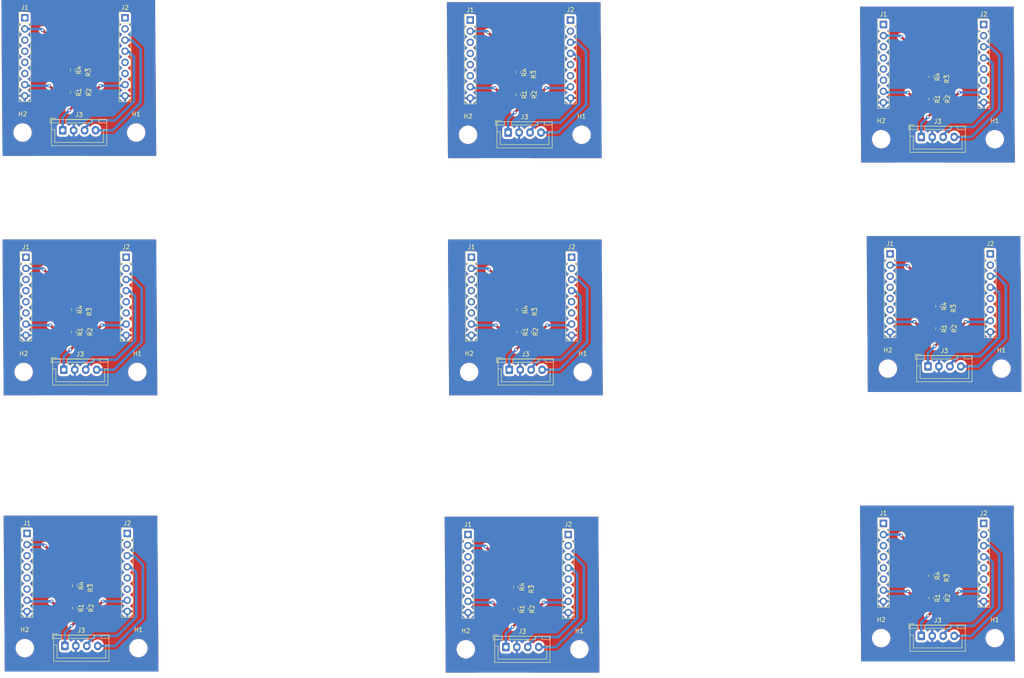
<source format=kicad_pcb>
(kicad_pcb (version 20171130) (host pcbnew "(5.1.9)-1")
  (layers (0 F.Cu signal) (31 B.Cu signal) (34 B.Paste user) (35 F.Paste user) (36 B.SilkS user) (37 F.SilkS user) (38 B.Mask user) (39 F.Mask user) (44 Edge.Cuts user))
  (net 0 "")
  (net 1 /GND)
  (net 2 /3.3V)
  (net 3 "Net-(J1-Pad6)")
  (net 4 "Net-(J1-Pad5)")
  (net 5 "Net-(J1-Pad4)")
  (net 6 "Net-(J1-Pad3)")
  (net 7 /RST)
  (net 8 "Net-(J1-Pad1)")
  (net 9 /5V)
  (net 10 "Net-(J2-Pad6)")
  (net 11 "Net-(J2-Pad5)")
  (net 12 /RX)
  (net 13 /TX)
  (net 14 "Net-(J2-Pad2)")
  (net 15 "Net-(J2-Pad1)")
  (net 16 /VIN)
  (module Connector_PinHeader_2.54mm:PinHeader_1x08_P2.54mm_Vertical (layer F.Cu) (at 228.6 144.272)
    (fp_text reference J1 (at 0 -2.33) (layer F.SilkS))
    (fp_text value Conn_01x08)
    (pad 8 thru_hole oval (at 0 17.78) (size 1.7 1.7) (drill 1) (layers *.Cu *.Mask) (net 1 /GND))
    (pad 7 thru_hole oval (at 0 15.24) (size 1.7 1.7) (drill 1) (layers *.Cu *.Mask) (net 2 /3.3V))
    (pad 6 thru_hole oval (at 0 12.7) (size 1.7 1.7) (drill 1) (layers *.Cu *.Mask) (net 3 "Net-(J1-Pad6)"))
    (pad 5 thru_hole oval (at 0 10.16) (size 1.7 1.7) (drill 1) (layers *.Cu *.Mask) (net 4 "Net-(J1-Pad5)"))
    (pad 4 thru_hole oval (at 0 7.62) (size 1.7 1.7) (drill 1) (layers *.Cu *.Mask) (net 5 "Net-(J1-Pad4)"))
    (pad 3 thru_hole oval (at 0 5.08) (size 1.7 1.7) (drill 1) (layers *.Cu *.Mask) (net 6 "Net-(J1-Pad3)"))
    (pad 2 thru_hole oval (at 0 2.54) (size 1.7 1.7) (drill 1) (layers *.Cu *.Mask) (net 7 /RST))
    (pad 1 thru_hole rect (at 0 0) (size 1.7 1.7) (drill 1) (layers *.Cu *.Mask) (net 8 "Net-(J1-Pad1)"))
  )
  (module Resistor_SMD:R_0603_1608Metric_Pad0.98x0.95mm_HandSolder (layer F.Cu) (at 241.808 156.21 270)
    (fp_text reference R3 (at 0.508 -1.27 90) (layer F.SilkS))
    (fp_text value 0R)
    (pad 2 smd roundrect (at 0.9125 0 270) (size 0.975 0.95) (layers F.Cu F.Paste F.Mask) (net 9 /5V))
    (pad 1 smd roundrect (at -0.9125 0 270) (size 0.975 0.95) (layers F.Cu F.Paste F.Mask) (net 7 /RST))
  )
  (module Resistor_SMD:R_0603_1608Metric_Pad0.98x0.95mm_HandSolder (layer F.Cu) (at 239.522 156.21 270)
    (fp_text reference R4 (at 0 -1.43 90) (layer F.SilkS))
    (fp_text value 0R)
    (pad 2 smd roundrect (at 0.9125 0 270) (size 0.975 0.95) (layers F.Cu F.Paste F.Mask) (net 2 /3.3V))
    (pad 1 smd roundrect (at -0.9125 0 270) (size 0.975 0.95) (layers F.Cu F.Paste F.Mask) (net 7 /RST))
  )
  (module MountingHole:MountingHole_3.2mm_M3 (layer F.Cu) (at 228.092 170.434)
    (fp_text reference H2 (at 0 -4.2) (layer F.SilkS))
    (fp_text value MountingHole)
    (pad 1 np_thru_hole circle (at 0 0) (size 3.2 3.2) (drill 3.2) (layers *.Cu *.Mask))
  )
  (module Connector_PinHeader_2.54mm:PinHeader_1x08_P2.54mm_Vertical (layer F.Cu) (at 251.46 144.272)
    (fp_text reference J2 (at 0 -2.33) (layer F.SilkS))
    (fp_text value Conn_01x08)
    (pad 8 thru_hole oval (at 0 17.78) (size 1.7 1.7) (drill 1) (layers *.Cu *.Mask) (net 1 /GND))
    (pad 7 thru_hole oval (at 0 15.24) (size 1.7 1.7) (drill 1) (layers *.Cu *.Mask) (net 9 /5V))
    (pad 6 thru_hole oval (at 0 12.7) (size 1.7 1.7) (drill 1) (layers *.Cu *.Mask) (net 10 "Net-(J2-Pad6)"))
    (pad 5 thru_hole oval (at 0 10.16) (size 1.7 1.7) (drill 1) (layers *.Cu *.Mask) (net 11 "Net-(J2-Pad5)"))
    (pad 4 thru_hole oval (at 0 7.62) (size 1.7 1.7) (drill 1) (layers *.Cu *.Mask) (net 12 /RX))
    (pad 3 thru_hole oval (at 0 5.08) (size 1.7 1.7) (drill 1) (layers *.Cu *.Mask) (net 13 /TX))
    (pad 2 thru_hole oval (at 0 2.54) (size 1.7 1.7) (drill 1) (layers *.Cu *.Mask) (net 14 "Net-(J2-Pad2)"))
    (pad 1 thru_hole rect (at 0 0) (size 1.7 1.7) (drill 1) (layers *.Cu *.Mask) (net 15 "Net-(J2-Pad1)"))
  )
  (module MountingHole:MountingHole_3.2mm_M3 (layer F.Cu) (at 254 170.434)
    (fp_text reference H1 (at 0 -4.2) (layer F.SilkS))
    (fp_text value MountingHole)
    (pad 1 np_thru_hole circle (at 0 0) (size 3.2 3.2) (drill 3.2) (layers *.Cu *.Mask))
  )
  (module Resistor_SMD:R_0603_1608Metric_Pad0.98x0.95mm_HandSolder (layer F.Cu) (at 239.522 161.29 270)
    (fp_text reference R1 (at 0 -1.43 90) (layer F.SilkS))
    (fp_text value 0R)
    (pad 2 smd roundrect (at 0.9125 0 270) (size 0.975 0.95) (layers F.Cu F.Paste F.Mask) (net 16 /VIN))
    (pad 1 smd roundrect (at -0.9125 0 270) (size 0.975 0.95) (layers F.Cu F.Paste F.Mask) (net 2 /3.3V))
  )
  (module Connector_JST:JST_XH_B4B-XH-A_1x04_P2.50mm_Vertical (layer F.Cu) (at 237.236 169.926)
    (fp_text reference J3 (at 3.75 -3.55) (layer F.SilkS))
    (fp_text value Conn_01x04)
    (pad 4 thru_hole oval (at 7.5 0) (size 1.7 1.95) (drill 0.95) (layers *.Cu *.Mask) (net 13 /TX))
    (pad 3 thru_hole oval (at 5 0) (size 1.7 1.95) (drill 0.95) (layers *.Cu *.Mask) (net 12 /RX))
    (pad 2 thru_hole oval (at 2.5 0) (size 1.7 1.95) (drill 0.95) (layers *.Cu *.Mask) (net 1 /GND))
    (pad 1 thru_hole roundrect (at 0 0) (size 1.7 1.95) (drill 0.95) (layers *.Cu *.Mask) (roundrect_rratio 0.1470588235294118) (net 16 /VIN))
  )
  (module Resistor_SMD:R_0603_1608Metric_Pad0.98x0.95mm_HandSolder (layer F.Cu) (at 241.808 161.29 270)
    (fp_text reference R2 (at 0 -1.43 90) (layer F.SilkS))
    (fp_text value 0R)
    (pad 2 smd roundrect (at 0.9125 0 270) (size 0.975 0.95) (layers F.Cu F.Paste F.Mask) (net 16 /VIN))
    (pad 1 smd roundrect (at -0.9125 0 270) (size 0.975 0.95) (layers F.Cu F.Paste F.Mask) (net 9 /5V))
  )
  (module Resistor_SMD:R_0603_1608Metric_Pad0.98x0.95mm_HandSolder (layer F.Cu) (at 241.046 94.742 270)
    (fp_text reference R4 (at 0 -1.43 90) (layer F.SilkS))
    (fp_text value 0R)
    (pad 1 smd roundrect (at -0.9125 0 270) (size 0.975 0.95) (layers F.Cu F.Paste F.Mask) (net 7 /RST))
    (pad 2 smd roundrect (at 0.9125 0 270) (size 0.975 0.95) (layers F.Cu F.Paste F.Mask) (net 2 /3.3V))
  )
  (module Connector_JST:JST_XH_B4B-XH-A_1x04_P2.50mm_Vertical (layer F.Cu) (at 238.76 108.458)
    (fp_text reference J3 (at 3.75 -3.55) (layer F.SilkS))
    (fp_text value Conn_01x04)
    (pad 1 thru_hole roundrect (at 0 0) (size 1.7 1.95) (drill 0.95) (layers *.Cu *.Mask) (roundrect_rratio 0.1470588235294118) (net 16 /VIN))
    (pad 2 thru_hole oval (at 2.5 0) (size 1.7 1.95) (drill 0.95) (layers *.Cu *.Mask) (net 1 /GND))
    (pad 3 thru_hole oval (at 5 0) (size 1.7 1.95) (drill 0.95) (layers *.Cu *.Mask) (net 12 /RX))
    (pad 4 thru_hole oval (at 7.5 0) (size 1.7 1.95) (drill 0.95) (layers *.Cu *.Mask) (net 13 /TX))
  )
  (module Resistor_SMD:R_0603_1608Metric_Pad0.98x0.95mm_HandSolder (layer F.Cu) (at 243.332 94.742 270)
    (fp_text reference R3 (at 0.508 -1.27 90) (layer F.SilkS))
    (fp_text value 0R)
    (pad 1 smd roundrect (at -0.9125 0 270) (size 0.975 0.95) (layers F.Cu F.Paste F.Mask) (net 7 /RST))
    (pad 2 smd roundrect (at 0.9125 0 270) (size 0.975 0.95) (layers F.Cu F.Paste F.Mask) (net 9 /5V))
  )
  (module Resistor_SMD:R_0603_1608Metric_Pad0.98x0.95mm_HandSolder (layer F.Cu) (at 243.332 99.822 270)
    (fp_text reference R2 (at 0 -1.43 90) (layer F.SilkS))
    (fp_text value 0R)
    (pad 1 smd roundrect (at -0.9125 0 270) (size 0.975 0.95) (layers F.Cu F.Paste F.Mask) (net 9 /5V))
    (pad 2 smd roundrect (at 0.9125 0 270) (size 0.975 0.95) (layers F.Cu F.Paste F.Mask) (net 16 /VIN))
  )
  (module Connector_PinHeader_2.54mm:PinHeader_1x08_P2.54mm_Vertical (layer F.Cu) (at 252.984 82.804)
    (fp_text reference J2 (at 0 -2.33) (layer F.SilkS))
    (fp_text value Conn_01x08)
    (pad 1 thru_hole rect (at 0 0) (size 1.7 1.7) (drill 1) (layers *.Cu *.Mask) (net 15 "Net-(J2-Pad1)"))
    (pad 2 thru_hole oval (at 0 2.54) (size 1.7 1.7) (drill 1) (layers *.Cu *.Mask) (net 14 "Net-(J2-Pad2)"))
    (pad 3 thru_hole oval (at 0 5.08) (size 1.7 1.7) (drill 1) (layers *.Cu *.Mask) (net 13 /TX))
    (pad 4 thru_hole oval (at 0 7.62) (size 1.7 1.7) (drill 1) (layers *.Cu *.Mask) (net 12 /RX))
    (pad 5 thru_hole oval (at 0 10.16) (size 1.7 1.7) (drill 1) (layers *.Cu *.Mask) (net 11 "Net-(J2-Pad5)"))
    (pad 6 thru_hole oval (at 0 12.7) (size 1.7 1.7) (drill 1) (layers *.Cu *.Mask) (net 10 "Net-(J2-Pad6)"))
    (pad 7 thru_hole oval (at 0 15.24) (size 1.7 1.7) (drill 1) (layers *.Cu *.Mask) (net 9 /5V))
    (pad 8 thru_hole oval (at 0 17.78) (size 1.7 1.7) (drill 1) (layers *.Cu *.Mask) (net 1 /GND))
  )
  (module MountingHole:MountingHole_3.2mm_M3 (layer F.Cu) (at 229.616 108.966)
    (fp_text reference H2 (at 0 -4.2) (layer F.SilkS))
    (fp_text value MountingHole)
    (pad 1 np_thru_hole circle (at 0 0) (size 3.2 3.2) (drill 3.2) (layers *.Cu *.Mask))
  )
  (module Resistor_SMD:R_0603_1608Metric_Pad0.98x0.95mm_HandSolder (layer F.Cu) (at 241.046 99.822 270)
    (fp_text reference R1 (at 0 -1.43 90) (layer F.SilkS))
    (fp_text value 0R)
    (pad 1 smd roundrect (at -0.9125 0 270) (size 0.975 0.95) (layers F.Cu F.Paste F.Mask) (net 2 /3.3V))
    (pad 2 smd roundrect (at 0.9125 0 270) (size 0.975 0.95) (layers F.Cu F.Paste F.Mask) (net 16 /VIN))
  )
  (module MountingHole:MountingHole_3.2mm_M3 (layer F.Cu) (at 255.524 108.966)
    (fp_text reference H1 (at 0 -4.2) (layer F.SilkS))
    (fp_text value MountingHole)
    (pad 1 np_thru_hole circle (at 0 0) (size 3.2 3.2) (drill 3.2) (layers *.Cu *.Mask))
  )
  (module Connector_PinHeader_2.54mm:PinHeader_1x08_P2.54mm_Vertical (layer F.Cu) (at 230.124 82.804)
    (fp_text reference J1 (at 0 -2.33) (layer F.SilkS))
    (fp_text value Conn_01x08)
    (pad 1 thru_hole rect (at 0 0) (size 1.7 1.7) (drill 1) (layers *.Cu *.Mask) (net 8 "Net-(J1-Pad1)"))
    (pad 2 thru_hole oval (at 0 2.54) (size 1.7 1.7) (drill 1) (layers *.Cu *.Mask) (net 7 /RST))
    (pad 3 thru_hole oval (at 0 5.08) (size 1.7 1.7) (drill 1) (layers *.Cu *.Mask) (net 6 "Net-(J1-Pad3)"))
    (pad 4 thru_hole oval (at 0 7.62) (size 1.7 1.7) (drill 1) (layers *.Cu *.Mask) (net 5 "Net-(J1-Pad4)"))
    (pad 5 thru_hole oval (at 0 10.16) (size 1.7 1.7) (drill 1) (layers *.Cu *.Mask) (net 4 "Net-(J1-Pad5)"))
    (pad 6 thru_hole oval (at 0 12.7) (size 1.7 1.7) (drill 1) (layers *.Cu *.Mask) (net 3 "Net-(J1-Pad6)"))
    (pad 7 thru_hole oval (at 0 15.24) (size 1.7 1.7) (drill 1) (layers *.Cu *.Mask) (net 2 /3.3V))
    (pad 8 thru_hole oval (at 0 17.78) (size 1.7 1.7) (drill 1) (layers *.Cu *.Mask) (net 1 /GND))
  )
  (module Resistor_SMD:R_0603_1608Metric_Pad0.98x0.95mm_HandSolder (layer F.Cu) (at 239.522 42.418 270)
    (fp_text reference R4 (at 0 -1.43 90) (layer F.SilkS))
    (fp_text value 0R)
    (pad 2 smd roundrect (at 0.9125 0 270) (size 0.975 0.95) (layers F.Cu F.Paste F.Mask) (net 2 /3.3V))
    (pad 1 smd roundrect (at -0.9125 0 270) (size 0.975 0.95) (layers F.Cu F.Paste F.Mask) (net 7 /RST))
  )
  (module Connector_JST:JST_XH_B4B-XH-A_1x04_P2.50mm_Vertical (layer F.Cu) (at 237.236 56.134)
    (fp_text reference J3 (at 3.75 -3.55) (layer F.SilkS))
    (fp_text value Conn_01x04)
    (pad 4 thru_hole oval (at 7.5 0) (size 1.7 1.95) (drill 0.95) (layers *.Cu *.Mask) (net 13 /TX))
    (pad 3 thru_hole oval (at 5 0) (size 1.7 1.95) (drill 0.95) (layers *.Cu *.Mask) (net 12 /RX))
    (pad 2 thru_hole oval (at 2.5 0) (size 1.7 1.95) (drill 0.95) (layers *.Cu *.Mask) (net 1 /GND))
    (pad 1 thru_hole roundrect (at 0 0) (size 1.7 1.95) (drill 0.95) (layers *.Cu *.Mask) (roundrect_rratio 0.1470588235294118) (net 16 /VIN))
  )
  (module Resistor_SMD:R_0603_1608Metric_Pad0.98x0.95mm_HandSolder (layer F.Cu) (at 241.808 47.498 270)
    (fp_text reference R2 (at 0 -1.43 90) (layer F.SilkS))
    (fp_text value 0R)
    (pad 2 smd roundrect (at 0.9125 0 270) (size 0.975 0.95) (layers F.Cu F.Paste F.Mask) (net 16 /VIN))
    (pad 1 smd roundrect (at -0.9125 0 270) (size 0.975 0.95) (layers F.Cu F.Paste F.Mask) (net 9 /5V))
  )
  (module Connector_PinHeader_2.54mm:PinHeader_1x08_P2.54mm_Vertical (layer F.Cu) (at 251.46 30.48)
    (fp_text reference J2 (at 0 -2.33) (layer F.SilkS))
    (fp_text value Conn_01x08)
    (pad 8 thru_hole oval (at 0 17.78) (size 1.7 1.7) (drill 1) (layers *.Cu *.Mask) (net 1 /GND))
    (pad 7 thru_hole oval (at 0 15.24) (size 1.7 1.7) (drill 1) (layers *.Cu *.Mask) (net 9 /5V))
    (pad 6 thru_hole oval (at 0 12.7) (size 1.7 1.7) (drill 1) (layers *.Cu *.Mask) (net 10 "Net-(J2-Pad6)"))
    (pad 5 thru_hole oval (at 0 10.16) (size 1.7 1.7) (drill 1) (layers *.Cu *.Mask) (net 11 "Net-(J2-Pad5)"))
    (pad 4 thru_hole oval (at 0 7.62) (size 1.7 1.7) (drill 1) (layers *.Cu *.Mask) (net 12 /RX))
    (pad 3 thru_hole oval (at 0 5.08) (size 1.7 1.7) (drill 1) (layers *.Cu *.Mask) (net 13 /TX))
    (pad 2 thru_hole oval (at 0 2.54) (size 1.7 1.7) (drill 1) (layers *.Cu *.Mask) (net 14 "Net-(J2-Pad2)"))
    (pad 1 thru_hole rect (at 0 0) (size 1.7 1.7) (drill 1) (layers *.Cu *.Mask) (net 15 "Net-(J2-Pad1)"))
  )
  (module MountingHole:MountingHole_3.2mm_M3 (layer F.Cu) (at 228.092 56.642)
    (fp_text reference H2 (at 0 -4.2) (layer F.SilkS))
    (fp_text value MountingHole)
    (pad 1 np_thru_hole circle (at 0 0) (size 3.2 3.2) (drill 3.2) (layers *.Cu *.Mask))
  )
  (module Resistor_SMD:R_0603_1608Metric_Pad0.98x0.95mm_HandSolder (layer F.Cu) (at 239.522 47.498 270)
    (fp_text reference R1 (at 0 -1.43 90) (layer F.SilkS))
    (fp_text value 0R)
    (pad 2 smd roundrect (at 0.9125 0 270) (size 0.975 0.95) (layers F.Cu F.Paste F.Mask) (net 16 /VIN))
    (pad 1 smd roundrect (at -0.9125 0 270) (size 0.975 0.95) (layers F.Cu F.Paste F.Mask) (net 2 /3.3V))
  )
  (module MountingHole:MountingHole_3.2mm_M3 (layer F.Cu) (at 254 56.642)
    (fp_text reference H1 (at 0 -4.2) (layer F.SilkS))
    (fp_text value MountingHole)
    (pad 1 np_thru_hole circle (at 0 0) (size 3.2 3.2) (drill 3.2) (layers *.Cu *.Mask))
  )
  (module Connector_PinHeader_2.54mm:PinHeader_1x08_P2.54mm_Vertical (layer F.Cu) (at 228.6 30.48)
    (fp_text reference J1 (at 0 -2.33) (layer F.SilkS))
    (fp_text value Conn_01x08)
    (pad 8 thru_hole oval (at 0 17.78) (size 1.7 1.7) (drill 1) (layers *.Cu *.Mask) (net 1 /GND))
    (pad 7 thru_hole oval (at 0 15.24) (size 1.7 1.7) (drill 1) (layers *.Cu *.Mask) (net 2 /3.3V))
    (pad 6 thru_hole oval (at 0 12.7) (size 1.7 1.7) (drill 1) (layers *.Cu *.Mask) (net 3 "Net-(J1-Pad6)"))
    (pad 5 thru_hole oval (at 0 10.16) (size 1.7 1.7) (drill 1) (layers *.Cu *.Mask) (net 4 "Net-(J1-Pad5)"))
    (pad 4 thru_hole oval (at 0 7.62) (size 1.7 1.7) (drill 1) (layers *.Cu *.Mask) (net 5 "Net-(J1-Pad4)"))
    (pad 3 thru_hole oval (at 0 5.08) (size 1.7 1.7) (drill 1) (layers *.Cu *.Mask) (net 6 "Net-(J1-Pad3)"))
    (pad 2 thru_hole oval (at 0 2.54) (size 1.7 1.7) (drill 1) (layers *.Cu *.Mask) (net 7 /RST))
    (pad 1 thru_hole rect (at 0 0) (size 1.7 1.7) (drill 1) (layers *.Cu *.Mask) (net 8 "Net-(J1-Pad1)"))
  )
  (module Resistor_SMD:R_0603_1608Metric_Pad0.98x0.95mm_HandSolder (layer F.Cu) (at 241.808 42.418 270)
    (fp_text reference R3 (at 0.508 -1.27 90) (layer F.SilkS))
    (fp_text value 0R)
    (pad 2 smd roundrect (at 0.9125 0 270) (size 0.975 0.95) (layers F.Cu F.Paste F.Mask) (net 9 /5V))
    (pad 1 smd roundrect (at -0.9125 0 270) (size 0.975 0.95) (layers F.Cu F.Paste F.Mask) (net 7 /RST))
  )
  (module Connector_JST:JST_XH_B4B-XH-A_1x04_P2.50mm_Vertical (layer F.Cu) (at 143.002 55.118)
    (fp_text reference J3 (at 3.75 -3.55) (layer F.SilkS))
    (fp_text value Conn_01x04)
    (pad 1 thru_hole roundrect (at 0 0) (size 1.7 1.95) (drill 0.95) (layers *.Cu *.Mask) (roundrect_rratio 0.1470588235294118) (net 16 /VIN))
    (pad 2 thru_hole oval (at 2.5 0) (size 1.7 1.95) (drill 0.95) (layers *.Cu *.Mask) (net 1 /GND))
    (pad 3 thru_hole oval (at 5 0) (size 1.7 1.95) (drill 0.95) (layers *.Cu *.Mask) (net 12 /RX))
    (pad 4 thru_hole oval (at 7.5 0) (size 1.7 1.95) (drill 0.95) (layers *.Cu *.Mask) (net 13 /TX))
  )
  (module Resistor_SMD:R_0603_1608Metric_Pad0.98x0.95mm_HandSolder (layer F.Cu) (at 147.574 46.482 270)
    (fp_text reference R2 (at 0 -1.43 90) (layer F.SilkS))
    (fp_text value 0R)
    (pad 1 smd roundrect (at -0.9125 0 270) (size 0.975 0.95) (layers F.Cu F.Paste F.Mask) (net 9 /5V))
    (pad 2 smd roundrect (at 0.9125 0 270) (size 0.975 0.95) (layers F.Cu F.Paste F.Mask) (net 16 /VIN))
  )
  (module Connector_PinHeader_2.54mm:PinHeader_1x08_P2.54mm_Vertical (layer F.Cu) (at 157.226 29.464)
    (fp_text reference J2 (at 0 -2.33) (layer F.SilkS))
    (fp_text value Conn_01x08)
    (pad 1 thru_hole rect (at 0 0) (size 1.7 1.7) (drill 1) (layers *.Cu *.Mask) (net 15 "Net-(J2-Pad1)"))
    (pad 2 thru_hole oval (at 0 2.54) (size 1.7 1.7) (drill 1) (layers *.Cu *.Mask) (net 14 "Net-(J2-Pad2)"))
    (pad 3 thru_hole oval (at 0 5.08) (size 1.7 1.7) (drill 1) (layers *.Cu *.Mask) (net 13 /TX))
    (pad 4 thru_hole oval (at 0 7.62) (size 1.7 1.7) (drill 1) (layers *.Cu *.Mask) (net 12 /RX))
    (pad 5 thru_hole oval (at 0 10.16) (size 1.7 1.7) (drill 1) (layers *.Cu *.Mask) (net 11 "Net-(J2-Pad5)"))
    (pad 6 thru_hole oval (at 0 12.7) (size 1.7 1.7) (drill 1) (layers *.Cu *.Mask) (net 10 "Net-(J2-Pad6)"))
    (pad 7 thru_hole oval (at 0 15.24) (size 1.7 1.7) (drill 1) (layers *.Cu *.Mask) (net 9 /5V))
    (pad 8 thru_hole oval (at 0 17.78) (size 1.7 1.7) (drill 1) (layers *.Cu *.Mask) (net 1 /GND))
  )
  (module Resistor_SMD:R_0603_1608Metric_Pad0.98x0.95mm_HandSolder (layer F.Cu) (at 145.288 41.402 270)
    (fp_text reference R4 (at 0 -1.43 90) (layer F.SilkS))
    (fp_text value 0R)
    (pad 1 smd roundrect (at -0.9125 0 270) (size 0.975 0.95) (layers F.Cu F.Paste F.Mask) (net 7 /RST))
    (pad 2 smd roundrect (at 0.9125 0 270) (size 0.975 0.95) (layers F.Cu F.Paste F.Mask) (net 2 /3.3V))
  )
  (module MountingHole:MountingHole_3.2mm_M3 (layer F.Cu) (at 133.858 55.626)
    (fp_text reference H2 (at 0 -4.2) (layer F.SilkS))
    (fp_text value MountingHole)
    (pad 1 np_thru_hole circle (at 0 0) (size 3.2 3.2) (drill 3.2) (layers *.Cu *.Mask))
  )
  (module Resistor_SMD:R_0603_1608Metric_Pad0.98x0.95mm_HandSolder (layer F.Cu) (at 145.288 46.482 270)
    (fp_text reference R1 (at 0 -1.43 90) (layer F.SilkS))
    (fp_text value 0R)
    (pad 1 smd roundrect (at -0.9125 0 270) (size 0.975 0.95) (layers F.Cu F.Paste F.Mask) (net 2 /3.3V))
    (pad 2 smd roundrect (at 0.9125 0 270) (size 0.975 0.95) (layers F.Cu F.Paste F.Mask) (net 16 /VIN))
  )
  (module MountingHole:MountingHole_3.2mm_M3 (layer F.Cu) (at 159.766 55.626)
    (fp_text reference H1 (at 0 -4.2) (layer F.SilkS))
    (fp_text value MountingHole)
    (pad 1 np_thru_hole circle (at 0 0) (size 3.2 3.2) (drill 3.2) (layers *.Cu *.Mask))
  )
  (module Connector_PinHeader_2.54mm:PinHeader_1x08_P2.54mm_Vertical (layer F.Cu) (at 134.366 29.464)
    (fp_text reference J1 (at 0 -2.33) (layer F.SilkS))
    (fp_text value Conn_01x08)
    (pad 1 thru_hole rect (at 0 0) (size 1.7 1.7) (drill 1) (layers *.Cu *.Mask) (net 8 "Net-(J1-Pad1)"))
    (pad 2 thru_hole oval (at 0 2.54) (size 1.7 1.7) (drill 1) (layers *.Cu *.Mask) (net 7 /RST))
    (pad 3 thru_hole oval (at 0 5.08) (size 1.7 1.7) (drill 1) (layers *.Cu *.Mask) (net 6 "Net-(J1-Pad3)"))
    (pad 4 thru_hole oval (at 0 7.62) (size 1.7 1.7) (drill 1) (layers *.Cu *.Mask) (net 5 "Net-(J1-Pad4)"))
    (pad 5 thru_hole oval (at 0 10.16) (size 1.7 1.7) (drill 1) (layers *.Cu *.Mask) (net 4 "Net-(J1-Pad5)"))
    (pad 6 thru_hole oval (at 0 12.7) (size 1.7 1.7) (drill 1) (layers *.Cu *.Mask) (net 3 "Net-(J1-Pad6)"))
    (pad 7 thru_hole oval (at 0 15.24) (size 1.7 1.7) (drill 1) (layers *.Cu *.Mask) (net 2 /3.3V))
    (pad 8 thru_hole oval (at 0 17.78) (size 1.7 1.7) (drill 1) (layers *.Cu *.Mask) (net 1 /GND))
  )
  (module Resistor_SMD:R_0603_1608Metric_Pad0.98x0.95mm_HandSolder (layer F.Cu) (at 147.574 41.402 270)
    (fp_text reference R3 (at 0.508 -1.27 90) (layer F.SilkS))
    (fp_text value 0R)
    (pad 1 smd roundrect (at -0.9125 0 270) (size 0.975 0.95) (layers F.Cu F.Paste F.Mask) (net 7 /RST))
    (pad 2 smd roundrect (at 0.9125 0 270) (size 0.975 0.95) (layers F.Cu F.Paste F.Mask) (net 9 /5V))
  )
  (module Connector_PinHeader_2.54mm:PinHeader_1x08_P2.54mm_Vertical (layer F.Cu) (at 134.62 83.566)
    (fp_text reference J1 (at 0 -2.33) (layer F.SilkS))
    (fp_text value Conn_01x08)
    (pad 8 thru_hole oval (at 0 17.78) (size 1.7 1.7) (drill 1) (layers *.Cu *.Mask) (net 1 /GND))
    (pad 7 thru_hole oval (at 0 15.24) (size 1.7 1.7) (drill 1) (layers *.Cu *.Mask) (net 2 /3.3V))
    (pad 6 thru_hole oval (at 0 12.7) (size 1.7 1.7) (drill 1) (layers *.Cu *.Mask) (net 3 "Net-(J1-Pad6)"))
    (pad 5 thru_hole oval (at 0 10.16) (size 1.7 1.7) (drill 1) (layers *.Cu *.Mask) (net 4 "Net-(J1-Pad5)"))
    (pad 4 thru_hole oval (at 0 7.62) (size 1.7 1.7) (drill 1) (layers *.Cu *.Mask) (net 5 "Net-(J1-Pad4)"))
    (pad 3 thru_hole oval (at 0 5.08) (size 1.7 1.7) (drill 1) (layers *.Cu *.Mask) (net 6 "Net-(J1-Pad3)"))
    (pad 2 thru_hole oval (at 0 2.54) (size 1.7 1.7) (drill 1) (layers *.Cu *.Mask) (net 7 /RST))
    (pad 1 thru_hole rect (at 0 0) (size 1.7 1.7) (drill 1) (layers *.Cu *.Mask) (net 8 "Net-(J1-Pad1)"))
  )
  (module Connector_JST:JST_XH_B4B-XH-A_1x04_P2.50mm_Vertical (layer F.Cu) (at 143.256 109.22)
    (fp_text reference J3 (at 3.75 -3.55) (layer F.SilkS))
    (fp_text value Conn_01x04)
    (pad 4 thru_hole oval (at 7.5 0) (size 1.7 1.95) (drill 0.95) (layers *.Cu *.Mask) (net 13 /TX))
    (pad 3 thru_hole oval (at 5 0) (size 1.7 1.95) (drill 0.95) (layers *.Cu *.Mask) (net 12 /RX))
    (pad 2 thru_hole oval (at 2.5 0) (size 1.7 1.95) (drill 0.95) (layers *.Cu *.Mask) (net 1 /GND))
    (pad 1 thru_hole roundrect (at 0 0) (size 1.7 1.95) (drill 0.95) (layers *.Cu *.Mask) (roundrect_rratio 0.1470588235294118) (net 16 /VIN))
  )
  (module Resistor_SMD:R_0603_1608Metric_Pad0.98x0.95mm_HandSolder (layer F.Cu) (at 147.828 100.584 270)
    (fp_text reference R2 (at 0 -1.43 90) (layer F.SilkS))
    (fp_text value 0R)
    (pad 2 smd roundrect (at 0.9125 0 270) (size 0.975 0.95) (layers F.Cu F.Paste F.Mask) (net 16 /VIN))
    (pad 1 smd roundrect (at -0.9125 0 270) (size 0.975 0.95) (layers F.Cu F.Paste F.Mask) (net 9 /5V))
  )
  (module Connector_PinHeader_2.54mm:PinHeader_1x08_P2.54mm_Vertical (layer F.Cu) (at 157.48 83.566)
    (fp_text reference J2 (at 0 -2.33) (layer F.SilkS))
    (fp_text value Conn_01x08)
    (pad 8 thru_hole oval (at 0 17.78) (size 1.7 1.7) (drill 1) (layers *.Cu *.Mask) (net 1 /GND))
    (pad 7 thru_hole oval (at 0 15.24) (size 1.7 1.7) (drill 1) (layers *.Cu *.Mask) (net 9 /5V))
    (pad 6 thru_hole oval (at 0 12.7) (size 1.7 1.7) (drill 1) (layers *.Cu *.Mask) (net 10 "Net-(J2-Pad6)"))
    (pad 5 thru_hole oval (at 0 10.16) (size 1.7 1.7) (drill 1) (layers *.Cu *.Mask) (net 11 "Net-(J2-Pad5)"))
    (pad 4 thru_hole oval (at 0 7.62) (size 1.7 1.7) (drill 1) (layers *.Cu *.Mask) (net 12 /RX))
    (pad 3 thru_hole oval (at 0 5.08) (size 1.7 1.7) (drill 1) (layers *.Cu *.Mask) (net 13 /TX))
    (pad 2 thru_hole oval (at 0 2.54) (size 1.7 1.7) (drill 1) (layers *.Cu *.Mask) (net 14 "Net-(J2-Pad2)"))
    (pad 1 thru_hole rect (at 0 0) (size 1.7 1.7) (drill 1) (layers *.Cu *.Mask) (net 15 "Net-(J2-Pad1)"))
  )
  (module Resistor_SMD:R_0603_1608Metric_Pad0.98x0.95mm_HandSolder (layer F.Cu) (at 145.542 95.504 270)
    (fp_text reference R4 (at 0 -1.43 90) (layer F.SilkS))
    (fp_text value 0R)
    (pad 2 smd roundrect (at 0.9125 0 270) (size 0.975 0.95) (layers F.Cu F.Paste F.Mask) (net 2 /3.3V))
    (pad 1 smd roundrect (at -0.9125 0 270) (size 0.975 0.95) (layers F.Cu F.Paste F.Mask) (net 7 /RST))
  )
  (module Resistor_SMD:R_0603_1608Metric_Pad0.98x0.95mm_HandSolder (layer F.Cu) (at 147.828 95.504 270)
    (fp_text reference R3 (at 0.508 -1.27 90) (layer F.SilkS))
    (fp_text value 0R)
    (pad 2 smd roundrect (at 0.9125 0 270) (size 0.975 0.95) (layers F.Cu F.Paste F.Mask) (net 9 /5V))
    (pad 1 smd roundrect (at -0.9125 0 270) (size 0.975 0.95) (layers F.Cu F.Paste F.Mask) (net 7 /RST))
  )
  (module MountingHole:MountingHole_3.2mm_M3 (layer F.Cu) (at 134.112 109.728)
    (fp_text reference H2 (at 0 -4.2) (layer F.SilkS))
    (fp_text value MountingHole)
    (pad 1 np_thru_hole circle (at 0 0) (size 3.2 3.2) (drill 3.2) (layers *.Cu *.Mask))
  )
  (module Resistor_SMD:R_0603_1608Metric_Pad0.98x0.95mm_HandSolder (layer F.Cu) (at 145.542 100.584 270)
    (fp_text reference R1 (at 0 -1.43 90) (layer F.SilkS))
    (fp_text value 0R)
    (pad 2 smd roundrect (at 0.9125 0 270) (size 0.975 0.95) (layers F.Cu F.Paste F.Mask) (net 16 /VIN))
    (pad 1 smd roundrect (at -0.9125 0 270) (size 0.975 0.95) (layers F.Cu F.Paste F.Mask) (net 2 /3.3V))
  )
  (module MountingHole:MountingHole_3.2mm_M3 (layer F.Cu) (at 160.02 109.728)
    (fp_text reference H1 (at 0 -4.2) (layer F.SilkS))
    (fp_text value MountingHole)
    (pad 1 np_thru_hole circle (at 0 0) (size 3.2 3.2) (drill 3.2) (layers *.Cu *.Mask))
  )
  (module Connector_PinHeader_2.54mm:PinHeader_1x08_P2.54mm_Vertical (layer F.Cu) (at 133.858 146.812)
    (fp_text reference J1 (at 0 -2.33) (layer F.SilkS))
    (fp_text value Conn_01x08)
    (pad 1 thru_hole rect (at 0 0) (size 1.7 1.7) (drill 1) (layers *.Cu *.Mask) (net 8 "Net-(J1-Pad1)"))
    (pad 2 thru_hole oval (at 0 2.54) (size 1.7 1.7) (drill 1) (layers *.Cu *.Mask) (net 7 /RST))
    (pad 3 thru_hole oval (at 0 5.08) (size 1.7 1.7) (drill 1) (layers *.Cu *.Mask) (net 6 "Net-(J1-Pad3)"))
    (pad 4 thru_hole oval (at 0 7.62) (size 1.7 1.7) (drill 1) (layers *.Cu *.Mask) (net 5 "Net-(J1-Pad4)"))
    (pad 5 thru_hole oval (at 0 10.16) (size 1.7 1.7) (drill 1) (layers *.Cu *.Mask) (net 4 "Net-(J1-Pad5)"))
    (pad 6 thru_hole oval (at 0 12.7) (size 1.7 1.7) (drill 1) (layers *.Cu *.Mask) (net 3 "Net-(J1-Pad6)"))
    (pad 7 thru_hole oval (at 0 15.24) (size 1.7 1.7) (drill 1) (layers *.Cu *.Mask) (net 2 /3.3V))
    (pad 8 thru_hole oval (at 0 17.78) (size 1.7 1.7) (drill 1) (layers *.Cu *.Mask) (net 1 /GND))
  )
  (module Connector_JST:JST_XH_B4B-XH-A_1x04_P2.50mm_Vertical (layer F.Cu) (at 142.494 172.466)
    (fp_text reference J3 (at 3.75 -3.55) (layer F.SilkS))
    (fp_text value Conn_01x04)
    (pad 1 thru_hole roundrect (at 0 0) (size 1.7 1.95) (drill 0.95) (layers *.Cu *.Mask) (roundrect_rratio 0.1470588235294118) (net 16 /VIN))
    (pad 2 thru_hole oval (at 2.5 0) (size 1.7 1.95) (drill 0.95) (layers *.Cu *.Mask) (net 1 /GND))
    (pad 3 thru_hole oval (at 5 0) (size 1.7 1.95) (drill 0.95) (layers *.Cu *.Mask) (net 12 /RX))
    (pad 4 thru_hole oval (at 7.5 0) (size 1.7 1.95) (drill 0.95) (layers *.Cu *.Mask) (net 13 /TX))
  )
  (module Resistor_SMD:R_0603_1608Metric_Pad0.98x0.95mm_HandSolder (layer F.Cu) (at 147.066 163.83 270)
    (fp_text reference R2 (at 0 -1.43 90) (layer F.SilkS))
    (fp_text value 0R)
    (pad 1 smd roundrect (at -0.9125 0 270) (size 0.975 0.95) (layers F.Cu F.Paste F.Mask) (net 9 /5V))
    (pad 2 smd roundrect (at 0.9125 0 270) (size 0.975 0.95) (layers F.Cu F.Paste F.Mask) (net 16 /VIN))
  )
  (module Resistor_SMD:R_0603_1608Metric_Pad0.98x0.95mm_HandSolder (layer F.Cu) (at 144.78 163.83 270)
    (fp_text reference R1 (at 0 -1.43 90) (layer F.SilkS))
    (fp_text value 0R)
    (pad 1 smd roundrect (at -0.9125 0 270) (size 0.975 0.95) (layers F.Cu F.Paste F.Mask) (net 2 /3.3V))
    (pad 2 smd roundrect (at 0.9125 0 270) (size 0.975 0.95) (layers F.Cu F.Paste F.Mask) (net 16 /VIN))
  )
  (module Connector_PinHeader_2.54mm:PinHeader_1x08_P2.54mm_Vertical (layer F.Cu) (at 156.718 146.812)
    (fp_text reference J2 (at 0 -2.33) (layer F.SilkS))
    (fp_text value Conn_01x08)
    (pad 1 thru_hole rect (at 0 0) (size 1.7 1.7) (drill 1) (layers *.Cu *.Mask) (net 15 "Net-(J2-Pad1)"))
    (pad 2 thru_hole oval (at 0 2.54) (size 1.7 1.7) (drill 1) (layers *.Cu *.Mask) (net 14 "Net-(J2-Pad2)"))
    (pad 3 thru_hole oval (at 0 5.08) (size 1.7 1.7) (drill 1) (layers *.Cu *.Mask) (net 13 /TX))
    (pad 4 thru_hole oval (at 0 7.62) (size 1.7 1.7) (drill 1) (layers *.Cu *.Mask) (net 12 /RX))
    (pad 5 thru_hole oval (at 0 10.16) (size 1.7 1.7) (drill 1) (layers *.Cu *.Mask) (net 11 "Net-(J2-Pad5)"))
    (pad 6 thru_hole oval (at 0 12.7) (size 1.7 1.7) (drill 1) (layers *.Cu *.Mask) (net 10 "Net-(J2-Pad6)"))
    (pad 7 thru_hole oval (at 0 15.24) (size 1.7 1.7) (drill 1) (layers *.Cu *.Mask) (net 9 /5V))
    (pad 8 thru_hole oval (at 0 17.78) (size 1.7 1.7) (drill 1) (layers *.Cu *.Mask) (net 1 /GND))
  )
  (module MountingHole:MountingHole_3.2mm_M3 (layer F.Cu) (at 159.258 172.974)
    (fp_text reference H1 (at 0 -4.2) (layer F.SilkS))
    (fp_text value MountingHole)
    (pad 1 np_thru_hole circle (at 0 0) (size 3.2 3.2) (drill 3.2) (layers *.Cu *.Mask))
  )
  (module Resistor_SMD:R_0603_1608Metric_Pad0.98x0.95mm_HandSolder (layer F.Cu) (at 144.78 158.75 270)
    (fp_text reference R4 (at 0 -1.43 90) (layer F.SilkS))
    (fp_text value 0R)
    (pad 1 smd roundrect (at -0.9125 0 270) (size 0.975 0.95) (layers F.Cu F.Paste F.Mask) (net 7 /RST))
    (pad 2 smd roundrect (at 0.9125 0 270) (size 0.975 0.95) (layers F.Cu F.Paste F.Mask) (net 2 /3.3V))
  )
  (module MountingHole:MountingHole_3.2mm_M3 (layer F.Cu) (at 133.35 172.974)
    (fp_text reference H2 (at 0 -4.2) (layer F.SilkS))
    (fp_text value MountingHole)
    (pad 1 np_thru_hole circle (at 0 0) (size 3.2 3.2) (drill 3.2) (layers *.Cu *.Mask))
  )
  (module Resistor_SMD:R_0603_1608Metric_Pad0.98x0.95mm_HandSolder (layer F.Cu) (at 147.066 158.75 270)
    (fp_text reference R3 (at 0.508 -1.27 90) (layer F.SilkS))
    (fp_text value 0R)
    (pad 1 smd roundrect (at -0.9125 0 270) (size 0.975 0.95) (layers F.Cu F.Paste F.Mask) (net 7 /RST))
    (pad 2 smd roundrect (at 0.9125 0 270) (size 0.975 0.95) (layers F.Cu F.Paste F.Mask) (net 9 /5V))
  )
  (module MountingHole:MountingHole_3.2mm_M3 (layer F.Cu) (at 32.766 172.72)
    (fp_text reference H2 (at 0 -4.2) (layer F.SilkS))
    (fp_text value MountingHole)
    (pad 1 np_thru_hole circle (at 0 0) (size 3.2 3.2) (drill 3.2) (layers *.Cu *.Mask))
  )
  (module Resistor_SMD:R_0603_1608Metric_Pad0.98x0.95mm_HandSolder (layer F.Cu) (at 44.196 158.496 270)
    (fp_text reference R4 (at 0 -1.43 90) (layer F.SilkS))
    (fp_text value 0R)
    (pad 2 smd roundrect (at 0.9125 0 270) (size 0.975 0.95) (layers F.Cu F.Paste F.Mask) (net 2 /3.3V))
    (pad 1 smd roundrect (at -0.9125 0 270) (size 0.975 0.95) (layers F.Cu F.Paste F.Mask) (net 7 /RST))
  )
  (module MountingHole:MountingHole_3.2mm_M3 (layer F.Cu) (at 58.674 172.72)
    (fp_text reference H1 (at 0 -4.2) (layer F.SilkS))
    (fp_text value MountingHole)
    (pad 1 np_thru_hole circle (at 0 0) (size 3.2 3.2) (drill 3.2) (layers *.Cu *.Mask))
  )
  (module Resistor_SMD:R_0603_1608Metric_Pad0.98x0.95mm_HandSolder (layer F.Cu) (at 44.196 163.576 270)
    (fp_text reference R1 (at 0 -1.43 90) (layer F.SilkS))
    (fp_text value 0R)
    (pad 2 smd roundrect (at 0.9125 0 270) (size 0.975 0.95) (layers F.Cu F.Paste F.Mask) (net 16 /VIN))
    (pad 1 smd roundrect (at -0.9125 0 270) (size 0.975 0.95) (layers F.Cu F.Paste F.Mask) (net 2 /3.3V))
  )
  (module Connector_JST:JST_XH_B4B-XH-A_1x04_P2.50mm_Vertical (layer F.Cu) (at 41.91 172.212)
    (fp_text reference J3 (at 3.75 -3.55) (layer F.SilkS))
    (fp_text value Conn_01x04)
    (pad 4 thru_hole oval (at 7.5 0) (size 1.7 1.95) (drill 0.95) (layers *.Cu *.Mask) (net 13 /TX))
    (pad 3 thru_hole oval (at 5 0) (size 1.7 1.95) (drill 0.95) (layers *.Cu *.Mask) (net 12 /RX))
    (pad 2 thru_hole oval (at 2.5 0) (size 1.7 1.95) (drill 0.95) (layers *.Cu *.Mask) (net 1 /GND))
    (pad 1 thru_hole roundrect (at 0 0) (size 1.7 1.95) (drill 0.95) (layers *.Cu *.Mask) (roundrect_rratio 0.1470588235294118) (net 16 /VIN))
  )
  (module Resistor_SMD:R_0603_1608Metric_Pad0.98x0.95mm_HandSolder (layer F.Cu) (at 46.482 163.576 270)
    (fp_text reference R2 (at 0 -1.43 90) (layer F.SilkS))
    (fp_text value 0R)
    (pad 2 smd roundrect (at 0.9125 0 270) (size 0.975 0.95) (layers F.Cu F.Paste F.Mask) (net 16 /VIN))
    (pad 1 smd roundrect (at -0.9125 0 270) (size 0.975 0.95) (layers F.Cu F.Paste F.Mask) (net 9 /5V))
  )
  (module Connector_PinHeader_2.54mm:PinHeader_1x08_P2.54mm_Vertical (layer F.Cu) (at 56.134 146.558)
    (fp_text reference J2 (at 0 -2.33) (layer F.SilkS))
    (fp_text value Conn_01x08)
    (pad 8 thru_hole oval (at 0 17.78) (size 1.7 1.7) (drill 1) (layers *.Cu *.Mask) (net 1 /GND))
    (pad 7 thru_hole oval (at 0 15.24) (size 1.7 1.7) (drill 1) (layers *.Cu *.Mask) (net 9 /5V))
    (pad 6 thru_hole oval (at 0 12.7) (size 1.7 1.7) (drill 1) (layers *.Cu *.Mask) (net 10 "Net-(J2-Pad6)"))
    (pad 5 thru_hole oval (at 0 10.16) (size 1.7 1.7) (drill 1) (layers *.Cu *.Mask) (net 11 "Net-(J2-Pad5)"))
    (pad 4 thru_hole oval (at 0 7.62) (size 1.7 1.7) (drill 1) (layers *.Cu *.Mask) (net 12 /RX))
    (pad 3 thru_hole oval (at 0 5.08) (size 1.7 1.7) (drill 1) (layers *.Cu *.Mask) (net 13 /TX))
    (pad 2 thru_hole oval (at 0 2.54) (size 1.7 1.7) (drill 1) (layers *.Cu *.Mask) (net 14 "Net-(J2-Pad2)"))
    (pad 1 thru_hole rect (at 0 0) (size 1.7 1.7) (drill 1) (layers *.Cu *.Mask) (net 15 "Net-(J2-Pad1)"))
  )
  (module Resistor_SMD:R_0603_1608Metric_Pad0.98x0.95mm_HandSolder (layer F.Cu) (at 46.482 158.496 270)
    (fp_text reference R3 (at 0.508 -1.27 90) (layer F.SilkS))
    (fp_text value 0R)
    (pad 2 smd roundrect (at 0.9125 0 270) (size 0.975 0.95) (layers F.Cu F.Paste F.Mask) (net 9 /5V))
    (pad 1 smd roundrect (at -0.9125 0 270) (size 0.975 0.95) (layers F.Cu F.Paste F.Mask) (net 7 /RST))
  )
  (module Connector_PinHeader_2.54mm:PinHeader_1x08_P2.54mm_Vertical (layer F.Cu) (at 33.274 146.558)
    (fp_text reference J1 (at 0 -2.33) (layer F.SilkS))
    (fp_text value Conn_01x08)
    (pad 8 thru_hole oval (at 0 17.78) (size 1.7 1.7) (drill 1) (layers *.Cu *.Mask) (net 1 /GND))
    (pad 7 thru_hole oval (at 0 15.24) (size 1.7 1.7) (drill 1) (layers *.Cu *.Mask) (net 2 /3.3V))
    (pad 6 thru_hole oval (at 0 12.7) (size 1.7 1.7) (drill 1) (layers *.Cu *.Mask) (net 3 "Net-(J1-Pad6)"))
    (pad 5 thru_hole oval (at 0 10.16) (size 1.7 1.7) (drill 1) (layers *.Cu *.Mask) (net 4 "Net-(J1-Pad5)"))
    (pad 4 thru_hole oval (at 0 7.62) (size 1.7 1.7) (drill 1) (layers *.Cu *.Mask) (net 5 "Net-(J1-Pad4)"))
    (pad 3 thru_hole oval (at 0 5.08) (size 1.7 1.7) (drill 1) (layers *.Cu *.Mask) (net 6 "Net-(J1-Pad3)"))
    (pad 2 thru_hole oval (at 0 2.54) (size 1.7 1.7) (drill 1) (layers *.Cu *.Mask) (net 7 /RST))
    (pad 1 thru_hole rect (at 0 0) (size 1.7 1.7) (drill 1) (layers *.Cu *.Mask) (net 8 "Net-(J1-Pad1)"))
  )
  (module MountingHole:MountingHole_3.2mm_M3 (layer F.Cu) (at 58.42 109.728)
    (fp_text reference H1 (at 0 -4.2) (layer F.SilkS))
    (fp_text value MountingHole)
    (pad 1 np_thru_hole circle (at 0 0) (size 3.2 3.2) (drill 3.2) (layers *.Cu *.Mask))
  )
  (module MountingHole:MountingHole_3.2mm_M3 (layer F.Cu) (at 32.512 109.728)
    (fp_text reference H2 (at 0 -4.2) (layer F.SilkS))
    (fp_text value MountingHole)
    (pad 1 np_thru_hole circle (at 0 0) (size 3.2 3.2) (drill 3.2) (layers *.Cu *.Mask))
  )
  (module Resistor_SMD:R_0603_1608Metric_Pad0.98x0.95mm_HandSolder (layer F.Cu) (at 43.942 100.584 270)
    (fp_text reference R1 (at 0 -1.43 90) (layer F.SilkS))
    (fp_text value 0R)
    (pad 1 smd roundrect (at -0.9125 0 270) (size 0.975 0.95) (layers F.Cu F.Paste F.Mask) (net 2 /3.3V))
    (pad 2 smd roundrect (at 0.9125 0 270) (size 0.975 0.95) (layers F.Cu F.Paste F.Mask) (net 16 /VIN))
  )
  (module Resistor_SMD:R_0603_1608Metric_Pad0.98x0.95mm_HandSolder (layer F.Cu) (at 46.228 95.504 270)
    (fp_text reference R3 (at 0.508 -1.27 90) (layer F.SilkS))
    (fp_text value 0R)
    (pad 1 smd roundrect (at -0.9125 0 270) (size 0.975 0.95) (layers F.Cu F.Paste F.Mask) (net 7 /RST))
    (pad 2 smd roundrect (at 0.9125 0 270) (size 0.975 0.95) (layers F.Cu F.Paste F.Mask) (net 9 /5V))
  )
  (module Resistor_SMD:R_0603_1608Metric_Pad0.98x0.95mm_HandSolder (layer F.Cu) (at 46.228 100.584 270)
    (fp_text reference R2 (at 0 -1.43 90) (layer F.SilkS))
    (fp_text value 0R)
    (pad 1 smd roundrect (at -0.9125 0 270) (size 0.975 0.95) (layers F.Cu F.Paste F.Mask) (net 9 /5V))
    (pad 2 smd roundrect (at 0.9125 0 270) (size 0.975 0.95) (layers F.Cu F.Paste F.Mask) (net 16 /VIN))
  )
  (module Connector_JST:JST_XH_B4B-XH-A_1x04_P2.50mm_Vertical (layer F.Cu) (at 41.656 109.22)
    (fp_text reference J3 (at 3.75 -3.55) (layer F.SilkS))
    (fp_text value Conn_01x04)
    (pad 1 thru_hole roundrect (at 0 0) (size 1.7 1.95) (drill 0.95) (layers *.Cu *.Mask) (roundrect_rratio 0.1470588235294118) (net 16 /VIN))
    (pad 2 thru_hole oval (at 2.5 0) (size 1.7 1.95) (drill 0.95) (layers *.Cu *.Mask) (net 1 /GND))
    (pad 3 thru_hole oval (at 5 0) (size 1.7 1.95) (drill 0.95) (layers *.Cu *.Mask) (net 12 /RX))
    (pad 4 thru_hole oval (at 7.5 0) (size 1.7 1.95) (drill 0.95) (layers *.Cu *.Mask) (net 13 /TX))
  )
  (module Connector_PinHeader_2.54mm:PinHeader_1x08_P2.54mm_Vertical (layer F.Cu) (at 55.88 83.566)
    (fp_text reference J2 (at 0 -2.33) (layer F.SilkS))
    (fp_text value Conn_01x08)
    (pad 1 thru_hole rect (at 0 0) (size 1.7 1.7) (drill 1) (layers *.Cu *.Mask) (net 15 "Net-(J2-Pad1)"))
    (pad 2 thru_hole oval (at 0 2.54) (size 1.7 1.7) (drill 1) (layers *.Cu *.Mask) (net 14 "Net-(J2-Pad2)"))
    (pad 3 thru_hole oval (at 0 5.08) (size 1.7 1.7) (drill 1) (layers *.Cu *.Mask) (net 13 /TX))
    (pad 4 thru_hole oval (at 0 7.62) (size 1.7 1.7) (drill 1) (layers *.Cu *.Mask) (net 12 /RX))
    (pad 5 thru_hole oval (at 0 10.16) (size 1.7 1.7) (drill 1) (layers *.Cu *.Mask) (net 11 "Net-(J2-Pad5)"))
    (pad 6 thru_hole oval (at 0 12.7) (size 1.7 1.7) (drill 1) (layers *.Cu *.Mask) (net 10 "Net-(J2-Pad6)"))
    (pad 7 thru_hole oval (at 0 15.24) (size 1.7 1.7) (drill 1) (layers *.Cu *.Mask) (net 9 /5V))
    (pad 8 thru_hole oval (at 0 17.78) (size 1.7 1.7) (drill 1) (layers *.Cu *.Mask) (net 1 /GND))
  )
  (module Resistor_SMD:R_0603_1608Metric_Pad0.98x0.95mm_HandSolder (layer F.Cu) (at 43.942 95.504 270)
    (fp_text reference R4 (at 0 -1.43 90) (layer F.SilkS))
    (fp_text value 0R)
    (pad 1 smd roundrect (at -0.9125 0 270) (size 0.975 0.95) (layers F.Cu F.Paste F.Mask) (net 7 /RST))
    (pad 2 smd roundrect (at 0.9125 0 270) (size 0.975 0.95) (layers F.Cu F.Paste F.Mask) (net 2 /3.3V))
  )
  (module Connector_PinHeader_2.54mm:PinHeader_1x08_P2.54mm_Vertical (layer F.Cu) (at 33.02 83.566)
    (fp_text reference J1 (at 0 -2.33) (layer F.SilkS))
    (fp_text value Conn_01x08)
    (pad 1 thru_hole rect (at 0 0) (size 1.7 1.7) (drill 1) (layers *.Cu *.Mask) (net 8 "Net-(J1-Pad1)"))
    (pad 2 thru_hole oval (at 0 2.54) (size 1.7 1.7) (drill 1) (layers *.Cu *.Mask) (net 7 /RST))
    (pad 3 thru_hole oval (at 0 5.08) (size 1.7 1.7) (drill 1) (layers *.Cu *.Mask) (net 6 "Net-(J1-Pad3)"))
    (pad 4 thru_hole oval (at 0 7.62) (size 1.7 1.7) (drill 1) (layers *.Cu *.Mask) (net 5 "Net-(J1-Pad4)"))
    (pad 5 thru_hole oval (at 0 10.16) (size 1.7 1.7) (drill 1) (layers *.Cu *.Mask) (net 4 "Net-(J1-Pad5)"))
    (pad 6 thru_hole oval (at 0 12.7) (size 1.7 1.7) (drill 1) (layers *.Cu *.Mask) (net 3 "Net-(J1-Pad6)"))
    (pad 7 thru_hole oval (at 0 15.24) (size 1.7 1.7) (drill 1) (layers *.Cu *.Mask) (net 2 /3.3V))
    (pad 8 thru_hole oval (at 0 17.78) (size 1.7 1.7) (drill 1) (layers *.Cu *.Mask) (net 1 /GND))
  )
  (module MountingHole:MountingHole_3.2mm_M3 (layer F.Cu) (at 32.258 55.118)
    (fp_text reference H2 (at 0 -4.2) (layer F.SilkS))
    (fp_text value MountingHole)
    (pad 1 np_thru_hole circle (at 0 0) (size 3.2 3.2) (drill 3.2) (layers *.Cu *.Mask))
  )
  (module MountingHole:MountingHole_3.2mm_M3 (layer F.Cu) (at 58.166 55.118)
    (fp_text reference H1 (at 0 -4.2) (layer F.SilkS))
    (fp_text value MountingHole)
    (pad 1 np_thru_hole circle (at 0 0) (size 3.2 3.2) (drill 3.2) (layers *.Cu *.Mask))
  )
  (module Resistor_SMD:R_0603_1608Metric_Pad0.98x0.95mm_HandSolder (layer F.Cu) (at 43.688 40.894 270)
    (fp_text reference R4 (at 0 -1.43 90) (layer F.SilkS))
    (fp_text value 0R)
    (pad 2 smd roundrect (at 0.9125 0 270) (size 0.975 0.95) (layers F.Cu F.Paste F.Mask) (net 2 /3.3V))
    (pad 1 smd roundrect (at -0.9125 0 270) (size 0.975 0.95) (layers F.Cu F.Paste F.Mask) (net 7 /RST))
  )
  (module Resistor_SMD:R_0603_1608Metric_Pad0.98x0.95mm_HandSolder (layer F.Cu) (at 45.974 40.894 270)
    (fp_text reference R3 (at 0.508 -1.27 90) (layer F.SilkS))
    (fp_text value 0R)
    (pad 2 smd roundrect (at 0.9125 0 270) (size 0.975 0.95) (layers F.Cu F.Paste F.Mask) (net 9 /5V))
    (pad 1 smd roundrect (at -0.9125 0 270) (size 0.975 0.95) (layers F.Cu F.Paste F.Mask) (net 7 /RST))
  )
  (module Resistor_SMD:R_0603_1608Metric_Pad0.98x0.95mm_HandSolder (layer F.Cu) (at 45.974 45.974 270)
    (fp_text reference R2 (at 0 -1.43 90) (layer F.SilkS))
    (fp_text value 0R)
    (pad 2 smd roundrect (at 0.9125 0 270) (size 0.975 0.95) (layers F.Cu F.Paste F.Mask) (net 16 /VIN))
    (pad 1 smd roundrect (at -0.9125 0 270) (size 0.975 0.95) (layers F.Cu F.Paste F.Mask) (net 9 /5V))
  )
  (module Resistor_SMD:R_0603_1608Metric_Pad0.98x0.95mm_HandSolder (layer F.Cu) (at 43.688 45.974 270)
    (fp_text reference R1 (at 0 -1.43 90) (layer F.SilkS))
    (fp_text value 0R)
    (pad 2 smd roundrect (at 0.9125 0 270) (size 0.975 0.95) (layers F.Cu F.Paste F.Mask) (net 16 /VIN))
    (pad 1 smd roundrect (at -0.9125 0 270) (size 0.975 0.95) (layers F.Cu F.Paste F.Mask) (net 2 /3.3V))
  )
  (module Connector_JST:JST_XH_B4B-XH-A_1x04_P2.50mm_Vertical (layer F.Cu) (at 41.402 54.61)
    (fp_text reference J3 (at 3.75 -3.55) (layer F.SilkS))
    (fp_text value Conn_01x04)
    (pad 4 thru_hole oval (at 7.5 0) (size 1.7 1.95) (drill 0.95) (layers *.Cu *.Mask) (net 13 /TX))
    (pad 3 thru_hole oval (at 5 0) (size 1.7 1.95) (drill 0.95) (layers *.Cu *.Mask) (net 12 /RX))
    (pad 2 thru_hole oval (at 2.5 0) (size 1.7 1.95) (drill 0.95) (layers *.Cu *.Mask) (net 1 /GND))
    (pad 1 thru_hole roundrect (at 0 0) (size 1.7 1.95) (drill 0.95) (layers *.Cu *.Mask) (roundrect_rratio 0.1470588235294118) (net 16 /VIN))
  )
  (module Connector_PinHeader_2.54mm:PinHeader_1x08_P2.54mm_Vertical (layer F.Cu) (at 55.626 28.956)
    (fp_text reference J2 (at 0 -2.33) (layer F.SilkS))
    (fp_text value Conn_01x08)
    (pad 8 thru_hole oval (at 0 17.78) (size 1.7 1.7) (drill 1) (layers *.Cu *.Mask) (net 1 /GND))
    (pad 7 thru_hole oval (at 0 15.24) (size 1.7 1.7) (drill 1) (layers *.Cu *.Mask) (net 9 /5V))
    (pad 6 thru_hole oval (at 0 12.7) (size 1.7 1.7) (drill 1) (layers *.Cu *.Mask) (net 10 "Net-(J2-Pad6)"))
    (pad 5 thru_hole oval (at 0 10.16) (size 1.7 1.7) (drill 1) (layers *.Cu *.Mask) (net 11 "Net-(J2-Pad5)"))
    (pad 4 thru_hole oval (at 0 7.62) (size 1.7 1.7) (drill 1) (layers *.Cu *.Mask) (net 12 /RX))
    (pad 3 thru_hole oval (at 0 5.08) (size 1.7 1.7) (drill 1) (layers *.Cu *.Mask) (net 13 /TX))
    (pad 2 thru_hole oval (at 0 2.54) (size 1.7 1.7) (drill 1) (layers *.Cu *.Mask) (net 14 "Net-(J2-Pad2)"))
    (pad 1 thru_hole rect (at 0 0) (size 1.7 1.7) (drill 1) (layers *.Cu *.Mask) (net 15 "Net-(J2-Pad1)"))
  )
  (module Connector_PinHeader_2.54mm:PinHeader_1x08_P2.54mm_Vertical (layer F.Cu) (at 32.766 28.956)
    (fp_text reference J1 (at 0 -2.33) (layer F.SilkS))
    (fp_text value Conn_01x08)
    (pad 8 thru_hole oval (at 0 17.78) (size 1.7 1.7) (drill 1) (layers *.Cu *.Mask) (net 1 /GND))
    (pad 7 thru_hole oval (at 0 15.24) (size 1.7 1.7) (drill 1) (layers *.Cu *.Mask) (net 2 /3.3V))
    (pad 6 thru_hole oval (at 0 12.7) (size 1.7 1.7) (drill 1) (layers *.Cu *.Mask) (net 3 "Net-(J1-Pad6)"))
    (pad 5 thru_hole oval (at 0 10.16) (size 1.7 1.7) (drill 1) (layers *.Cu *.Mask) (net 4 "Net-(J1-Pad5)"))
    (pad 4 thru_hole oval (at 0 7.62) (size 1.7 1.7) (drill 1) (layers *.Cu *.Mask) (net 5 "Net-(J1-Pad4)"))
    (pad 3 thru_hole oval (at 0 5.08) (size 1.7 1.7) (drill 1) (layers *.Cu *.Mask) (net 6 "Net-(J1-Pad3)"))
    (pad 2 thru_hole oval (at 0 2.54) (size 1.7 1.7) (drill 1) (layers *.Cu *.Mask) (net 7 /RST))
    (pad 1 thru_hole rect (at 0 0) (size 1.7 1.7) (drill 1) (layers *.Cu *.Mask) (net 8 "Net-(J1-Pad1)"))
  )
  (gr_text - (at 239.776 174.244) (layer F.Cu) (effects (font (size 3 3) (thickness 0.6))))
  (gr_text IR (at 256.032 144.526 90) (layer F.Cu) (effects (font (size 3 3) (thickness 0.6))))
  (gr_text + (at 233.426 173.736) (layer F.Cu) (effects (font (size 3 3) (thickness 0.6))))
  (gr_text IR (at 257.556 83.058 90) (layer F.Cu) (effects (font (size 3 3) (thickness 0.6))))
  (gr_text - (at 241.3 112.776) (layer F.Cu) (effects (font (size 3 3) (thickness 0.6))))
  (gr_text + (at 234.95 112.268) (layer F.Cu) (effects (font (size 3 3) (thickness 0.6))))
  (gr_text - (at 239.776 60.452) (layer F.Cu) (effects (font (size 3 3) (thickness 0.6))))
  (gr_text + (at 233.426 59.944) (layer F.Cu) (effects (font (size 3 3) (thickness 0.6))))
  (gr_text IR (at 256.032 30.734 90) (layer F.Cu) (effects (font (size 3 3) (thickness 0.6))))
  (gr_text - (at 145.542 59.436) (layer F.Cu) (effects (font (size 3 3) (thickness 0.6))))
  (gr_text + (at 139.192 58.928) (layer F.Cu) (effects (font (size 3 3) (thickness 0.6))))
  (gr_text IR (at 161.798 29.718 90) (layer F.Cu) (effects (font (size 3 3) (thickness 0.6))))
  (gr_text + (at 139.446 113.03) (layer F.Cu) (effects (font (size 3 3) (thickness 0.6))))
  (gr_text - (at 145.796 113.538) (layer F.Cu) (effects (font (size 3 3) (thickness 0.6))))
  (gr_text IR (at 162.052 83.82 90) (layer F.Cu) (effects (font (size 3 3) (thickness 0.6))))
  (gr_text + (at 138.684 176.276) (layer F.Cu) (effects (font (size 3 3) (thickness 0.6))))
  (gr_text - (at 145.034 176.784) (layer F.Cu) (effects (font (size 3 3) (thickness 0.6))))
  (gr_text IR (at 161.29 147.066 90) (layer F.Cu) (effects (font (size 3 3) (thickness 0.6))))
  (gr_text + (at 38.1 176.022) (layer F.Cu) (effects (font (size 3 3) (thickness 0.6))))
  (gr_text - (at 44.45 176.53) (layer F.Cu) (effects (font (size 3 3) (thickness 0.6))))
  (gr_text IR (at 60.706 146.812 90) (layer F.Cu) (effects (font (size 3 3) (thickness 0.6))))
  (gr_text - (at 44.196 113.538) (layer F.Cu) (effects (font (size 3 3) (thickness 0.6))))
  (gr_text + (at 37.846 113.03) (layer F.Cu) (effects (font (size 3 3) (thickness 0.6))))
  (gr_text IR (at 60.452 83.82 90) (layer F.Cu) (effects (font (size 3 3) (thickness 0.6))))
  (gr_text - (at 43.942 58.928) (layer F.Cu) (effects (font (size 3 3) (thickness 0.6))))
  (gr_text + (at 37.592 58.42) (layer F.Cu) (effects (font (size 3 3) (thickness 0.6))))
  (gr_text IR (at 60.198 29.21 90) (layer F.Cu) (effects (font (size 3 3) (thickness 0.6))))
  (segment (start 33.02 44.45) (end 32.766 44.196) (width 1) (layer F.Cu) (net 2))
  (segment (start 43.688 45.0615) (end 43.688 41.8065) (width 0.6) (layer F.Cu) (net 2))
  (via (at 38.354 44.45) (size 0.8) (drill 0.4) (layers F.Cu B.Cu) (net 2))
  (segment (start 38.354 44.45) (end 32.258 44.45) (width 0.6) (layer B.Cu) (net 2))
  (segment (start 38.9655 45.0615) (end 38.354 44.45) (width 0.6) (layer F.Cu) (net 2))
  (segment (start 43.688 45.0615) (end 38.9655 45.0615) (width 0.6) (layer F.Cu) (net 2))
  (via (at 38.608 99.06) (size 0.8) (drill 0.4) (layers F.Cu B.Cu) (net 2))
  (segment (start 39.2195 99.6715) (end 38.608 99.06) (width 0.6) (layer F.Cu) (net 2))
  (segment (start 43.942 99.6715) (end 39.2195 99.6715) (width 0.6) (layer F.Cu) (net 2))
  (segment (start 38.608 99.06) (end 32.512 99.06) (width 0.6) (layer B.Cu) (net 2))
  (segment (start 33.274 99.06) (end 33.02 98.806) (width 1) (layer F.Cu) (net 2))
  (segment (start 43.942 99.6715) (end 43.942 96.4165) (width 0.6) (layer F.Cu) (net 2))
  (segment (start 39.4735 162.6635) (end 38.862 162.052) (width 0.6) (layer F.Cu) (net 2))
  (segment (start 44.196 162.6635) (end 39.4735 162.6635) (width 0.6) (layer F.Cu) (net 2))
  (segment (start 38.862 162.052) (end 32.766 162.052) (width 0.6) (layer B.Cu) (net 2))
  (segment (start 44.196 162.6635) (end 44.196 159.4085) (width 0.6) (layer F.Cu) (net 2))
  (segment (start 33.528 162.052) (end 33.274 161.798) (width 1) (layer F.Cu) (net 2))
  (via (at 38.862 162.052) (size 0.8) (drill 0.4) (layers F.Cu B.Cu) (net 2))
  (segment (start 134.112 162.306) (end 133.858 162.052) (width 1) (layer F.Cu) (net 2))
  (segment (start 144.78 162.9175) (end 144.78 159.6625) (width 0.6) (layer F.Cu) (net 2))
  (via (at 139.446 162.306) (size 0.8) (drill 0.4) (layers F.Cu B.Cu) (net 2))
  (segment (start 139.446 162.306) (end 133.35 162.306) (width 0.6) (layer B.Cu) (net 2))
  (segment (start 144.78 162.9175) (end 140.0575 162.9175) (width 0.6) (layer F.Cu) (net 2))
  (segment (start 140.0575 162.9175) (end 139.446 162.306) (width 0.6) (layer F.Cu) (net 2))
  (segment (start 145.542 99.6715) (end 145.542 96.4165) (width 0.6) (layer F.Cu) (net 2))
  (segment (start 134.874 99.06) (end 134.62 98.806) (width 1) (layer F.Cu) (net 2))
  (segment (start 140.8195 99.6715) (end 140.208 99.06) (width 0.6) (layer F.Cu) (net 2))
  (segment (start 140.208 99.06) (end 134.112 99.06) (width 0.6) (layer B.Cu) (net 2))
  (segment (start 145.542 99.6715) (end 140.8195 99.6715) (width 0.6) (layer F.Cu) (net 2))
  (via (at 140.208 99.06) (size 0.8) (drill 0.4) (layers F.Cu B.Cu) (net 2))
  (via (at 139.954 44.958) (size 0.8) (drill 0.4) (layers F.Cu B.Cu) (net 2))
  (segment (start 145.288 45.5695) (end 140.5655 45.5695) (width 0.6) (layer F.Cu) (net 2))
  (segment (start 145.288 45.5695) (end 145.288 42.3145) (width 0.6) (layer F.Cu) (net 2))
  (segment (start 139.954 44.958) (end 133.858 44.958) (width 0.6) (layer B.Cu) (net 2))
  (segment (start 134.62 44.958) (end 134.366 44.704) (width 1) (layer F.Cu) (net 2))
  (segment (start 140.5655 45.5695) (end 139.954 44.958) (width 0.6) (layer F.Cu) (net 2))
  (segment (start 239.522 46.5855) (end 234.7995 46.5855) (width 0.6) (layer F.Cu) (net 2))
  (segment (start 239.522 46.5855) (end 239.522 43.3305) (width 0.6) (layer F.Cu) (net 2))
  (segment (start 234.7995 46.5855) (end 234.188 45.974) (width 0.6) (layer F.Cu) (net 2))
  (segment (start 234.188 45.974) (end 228.092 45.974) (width 0.6) (layer B.Cu) (net 2))
  (segment (start 228.854 45.974) (end 228.6 45.72) (width 1) (layer F.Cu) (net 2))
  (via (at 234.188 45.974) (size 0.8) (drill 0.4) (layers F.Cu B.Cu) (net 2))
  (segment (start 241.046 98.9095) (end 241.046 95.6545) (width 0.6) (layer F.Cu) (net 2))
  (segment (start 235.712 98.298) (end 229.616 98.298) (width 0.6) (layer B.Cu) (net 2))
  (segment (start 230.378 98.298) (end 230.124 98.044) (width 1) (layer F.Cu) (net 2))
  (segment (start 241.046 98.9095) (end 236.3235 98.9095) (width 0.6) (layer F.Cu) (net 2))
  (segment (start 236.3235 98.9095) (end 235.712 98.298) (width 0.6) (layer F.Cu) (net 2))
  (via (at 235.712 98.298) (size 0.8) (drill 0.4) (layers F.Cu B.Cu) (net 2))
  (segment (start 239.522 160.3775) (end 239.522 157.1225) (width 0.6) (layer F.Cu) (net 2))
  (segment (start 234.188 159.766) (end 228.092 159.766) (width 0.6) (layer B.Cu) (net 2))
  (segment (start 234.7995 160.3775) (end 234.188 159.766) (width 0.6) (layer F.Cu) (net 2))
  (segment (start 228.854 159.766) (end 228.6 159.512) (width 1) (layer F.Cu) (net 2))
  (segment (start 239.522 160.3775) (end 234.7995 160.3775) (width 0.6) (layer F.Cu) (net 2))
  (via (at 234.188 159.766) (size 0.8) (drill 0.4) (layers F.Cu B.Cu) (net 2))
  (segment (start 32.766 31.496) (end 33.02 31.75) (width 1) (layer F.Cu) (net 7))
  (segment (start 45.974 39.9815) (end 43.688 39.9815) (width 0.6) (layer F.Cu) (net 7))
  (via (at 36.83 31.75) (size 0.8) (drill 0.4) (layers F.Cu B.Cu) (net 7))
  (segment (start 36.83 31.75) (end 36.576 31.496) (width 0.6) (layer B.Cu) (net 7))
  (segment (start 36.576 31.496) (end 32.766 31.496) (width 0.6) (layer B.Cu) (net 7))
  (segment (start 43.688 39.9815) (end 43.688 38.608) (width 0.6) (layer F.Cu) (net 7))
  (segment (start 43.688 38.608) (end 36.83 31.75) (width 0.6) (layer F.Cu) (net 7))
  (via (at 37.084 86.36) (size 0.8) (drill 0.4) (layers F.Cu B.Cu) (net 7))
  (segment (start 43.942 94.5915) (end 43.942 93.218) (width 0.6) (layer F.Cu) (net 7))
  (segment (start 36.83 86.106) (end 33.02 86.106) (width 0.6) (layer B.Cu) (net 7))
  (segment (start 37.084 86.36) (end 36.83 86.106) (width 0.6) (layer B.Cu) (net 7))
  (segment (start 43.942 93.218) (end 37.084 86.36) (width 0.6) (layer F.Cu) (net 7))
  (segment (start 33.02 86.106) (end 33.274 86.36) (width 1) (layer F.Cu) (net 7))
  (segment (start 46.228 94.5915) (end 43.942 94.5915) (width 0.6) (layer F.Cu) (net 7))
  (segment (start 33.274 149.098) (end 33.528 149.352) (width 1) (layer F.Cu) (net 7))
  (segment (start 44.196 156.21) (end 37.338 149.352) (width 0.6) (layer F.Cu) (net 7))
  (segment (start 37.338 149.352) (end 37.084 149.098) (width 0.6) (layer B.Cu) (net 7))
  (segment (start 37.084 149.098) (end 33.274 149.098) (width 0.6) (layer B.Cu) (net 7))
  (segment (start 44.196 157.5835) (end 44.196 156.21) (width 0.6) (layer F.Cu) (net 7))
  (segment (start 46.482 157.5835) (end 44.196 157.5835) (width 0.6) (layer F.Cu) (net 7))
  (via (at 37.338 149.352) (size 0.8) (drill 0.4) (layers F.Cu B.Cu) (net 7))
  (segment (start 147.066 157.8375) (end 144.78 157.8375) (width 0.6) (layer F.Cu) (net 7))
  (via (at 137.922 149.606) (size 0.8) (drill 0.4) (layers F.Cu B.Cu) (net 7))
  (segment (start 137.922 149.606) (end 137.668 149.352) (width 0.6) (layer B.Cu) (net 7))
  (segment (start 137.668 149.352) (end 133.858 149.352) (width 0.6) (layer B.Cu) (net 7))
  (segment (start 133.858 149.352) (end 134.112 149.606) (width 1) (layer F.Cu) (net 7))
  (segment (start 144.78 156.464) (end 137.922 149.606) (width 0.6) (layer F.Cu) (net 7))
  (segment (start 144.78 157.8375) (end 144.78 156.464) (width 0.6) (layer F.Cu) (net 7))
  (segment (start 147.828 94.5915) (end 145.542 94.5915) (width 0.6) (layer F.Cu) (net 7))
  (segment (start 138.43 86.106) (end 134.62 86.106) (width 0.6) (layer B.Cu) (net 7))
  (segment (start 134.62 86.106) (end 134.874 86.36) (width 1) (layer F.Cu) (net 7))
  (segment (start 138.684 86.36) (end 138.43 86.106) (width 0.6) (layer B.Cu) (net 7))
  (segment (start 145.542 94.5915) (end 145.542 93.218) (width 0.6) (layer F.Cu) (net 7))
  (segment (start 145.542 93.218) (end 138.684 86.36) (width 0.6) (layer F.Cu) (net 7))
  (via (at 138.684 86.36) (size 0.8) (drill 0.4) (layers F.Cu B.Cu) (net 7))
  (segment (start 147.574 40.4895) (end 145.288 40.4895) (width 0.6) (layer F.Cu) (net 7))
  (segment (start 145.288 40.4895) (end 145.288 39.116) (width 0.6) (layer F.Cu) (net 7))
  (segment (start 134.366 32.004) (end 134.62 32.258) (width 1) (layer F.Cu) (net 7))
  (segment (start 138.43 32.258) (end 138.176 32.004) (width 0.6) (layer B.Cu) (net 7))
  (segment (start 145.288 39.116) (end 138.43 32.258) (width 0.6) (layer F.Cu) (net 7))
  (segment (start 138.176 32.004) (end 134.366 32.004) (width 0.6) (layer B.Cu) (net 7))
  (via (at 138.43 32.258) (size 0.8) (drill 0.4) (layers F.Cu B.Cu) (net 7))
  (segment (start 241.808 41.5055) (end 239.522 41.5055) (width 0.6) (layer F.Cu) (net 7))
  (segment (start 232.664 33.274) (end 232.41 33.02) (width 0.6) (layer B.Cu) (net 7))
  (segment (start 228.6 33.02) (end 228.854 33.274) (width 1) (layer F.Cu) (net 7))
  (segment (start 239.522 41.5055) (end 239.522 40.132) (width 0.6) (layer F.Cu) (net 7))
  (segment (start 232.41 33.02) (end 228.6 33.02) (width 0.6) (layer B.Cu) (net 7))
  (segment (start 239.522 40.132) (end 232.664 33.274) (width 0.6) (layer F.Cu) (net 7))
  (via (at 232.664 33.274) (size 0.8) (drill 0.4) (layers F.Cu B.Cu) (net 7))
  (segment (start 241.046 92.456) (end 234.188 85.598) (width 0.6) (layer F.Cu) (net 7))
  (segment (start 241.046 93.8295) (end 241.046 92.456) (width 0.6) (layer F.Cu) (net 7))
  (segment (start 243.332 93.8295) (end 241.046 93.8295) (width 0.6) (layer F.Cu) (net 7))
  (segment (start 234.188 85.598) (end 233.934 85.344) (width 0.6) (layer B.Cu) (net 7))
  (segment (start 230.124 85.344) (end 230.378 85.598) (width 1) (layer F.Cu) (net 7))
  (segment (start 233.934 85.344) (end 230.124 85.344) (width 0.6) (layer B.Cu) (net 7))
  (via (at 234.188 85.598) (size 0.8) (drill 0.4) (layers F.Cu B.Cu) (net 7))
  (segment (start 239.522 153.924) (end 232.664 147.066) (width 0.6) (layer F.Cu) (net 7))
  (segment (start 232.41 146.812) (end 228.6 146.812) (width 0.6) (layer B.Cu) (net 7))
  (segment (start 232.664 147.066) (end 232.41 146.812) (width 0.6) (layer B.Cu) (net 7))
  (segment (start 228.6 146.812) (end 228.854 147.066) (width 1) (layer F.Cu) (net 7))
  (segment (start 239.522 155.2975) (end 239.522 153.924) (width 0.6) (layer F.Cu) (net 7))
  (segment (start 241.808 155.2975) (end 239.522 155.2975) (width 0.6) (layer F.Cu) (net 7))
  (via (at 232.664 147.066) (size 0.8) (drill 0.4) (layers F.Cu B.Cu) (net 7))
  (segment (start 55.372 44.45) (end 55.626 44.196) (width 1) (layer F.Cu) (net 9))
  (segment (start 45.974 45.0615) (end 45.974 41.8065) (width 0.6) (layer F.Cu) (net 9))
  (segment (start 55.372 44.45) (end 55.626 44.196) (width 0.6) (layer B.Cu) (net 9))
  (via (at 50.038 44.45) (size 0.8) (drill 0.4) (layers F.Cu B.Cu) (net 9))
  (segment (start 45.974 45.0615) (end 49.4265 45.0615) (width 0.6) (layer F.Cu) (net 9))
  (segment (start 49.4265 45.0615) (end 50.038 44.45) (width 0.6) (layer F.Cu) (net 9))
  (segment (start 50.038 44.45) (end 55.372 44.45) (width 0.6) (layer B.Cu) (net 9))
  (via (at 50.292 99.06) (size 0.8) (drill 0.4) (layers F.Cu B.Cu) (net 9))
  (segment (start 49.6805 99.6715) (end 50.292 99.06) (width 0.6) (layer F.Cu) (net 9))
  (segment (start 50.292 99.06) (end 55.626 99.06) (width 0.6) (layer B.Cu) (net 9))
  (segment (start 55.626 99.06) (end 55.88 98.806) (width 0.6) (layer B.Cu) (net 9))
  (segment (start 46.228 99.6715) (end 49.6805 99.6715) (width 0.6) (layer F.Cu) (net 9))
  (segment (start 55.626 99.06) (end 55.88 98.806) (width 1) (layer F.Cu) (net 9))
  (segment (start 46.228 99.6715) (end 46.228 96.4165) (width 0.6) (layer F.Cu) (net 9))
  (segment (start 46.482 162.6635) (end 49.9345 162.6635) (width 0.6) (layer F.Cu) (net 9))
  (segment (start 46.482 162.6635) (end 46.482 159.4085) (width 0.6) (layer F.Cu) (net 9))
  (segment (start 50.546 162.052) (end 55.88 162.052) (width 0.6) (layer B.Cu) (net 9))
  (segment (start 49.9345 162.6635) (end 50.546 162.052) (width 0.6) (layer F.Cu) (net 9))
  (segment (start 55.88 162.052) (end 56.134 161.798) (width 1) (layer F.Cu) (net 9))
  (segment (start 55.88 162.052) (end 56.134 161.798) (width 0.6) (layer B.Cu) (net 9))
  (via (at 50.546 162.052) (size 0.8) (drill 0.4) (layers F.Cu B.Cu) (net 9))
  (segment (start 156.464 162.306) (end 156.718 162.052) (width 1) (layer F.Cu) (net 9))
  (segment (start 156.464 162.306) (end 156.718 162.052) (width 0.6) (layer B.Cu) (net 9))
  (via (at 151.13 162.306) (size 0.8) (drill 0.4) (layers F.Cu B.Cu) (net 9))
  (segment (start 151.13 162.306) (end 156.464 162.306) (width 0.6) (layer B.Cu) (net 9))
  (segment (start 150.5185 162.9175) (end 151.13 162.306) (width 0.6) (layer F.Cu) (net 9))
  (segment (start 147.066 162.9175) (end 147.066 159.6625) (width 0.6) (layer F.Cu) (net 9))
  (segment (start 147.066 162.9175) (end 150.5185 162.9175) (width 0.6) (layer F.Cu) (net 9))
  (segment (start 151.2805 99.6715) (end 151.892 99.06) (width 0.6) (layer F.Cu) (net 9))
  (segment (start 157.226 99.06) (end 157.48 98.806) (width 0.6) (layer B.Cu) (net 9))
  (segment (start 147.828 99.6715) (end 147.828 96.4165) (width 0.6) (layer F.Cu) (net 9))
  (segment (start 157.226 99.06) (end 157.48 98.806) (width 1) (layer F.Cu) (net 9))
  (segment (start 151.892 99.06) (end 157.226 99.06) (width 0.6) (layer B.Cu) (net 9))
  (segment (start 147.828 99.6715) (end 151.2805 99.6715) (width 0.6) (layer F.Cu) (net 9))
  (via (at 151.892 99.06) (size 0.8) (drill 0.4) (layers F.Cu B.Cu) (net 9))
  (segment (start 156.972 44.958) (end 157.226 44.704) (width 0.6) (layer B.Cu) (net 9))
  (segment (start 151.638 44.958) (end 156.972 44.958) (width 0.6) (layer B.Cu) (net 9))
  (segment (start 151.0265 45.5695) (end 151.638 44.958) (width 0.6) (layer F.Cu) (net 9))
  (segment (start 156.972 44.958) (end 157.226 44.704) (width 1) (layer F.Cu) (net 9))
  (segment (start 147.574 45.5695) (end 147.574 42.3145) (width 0.6) (layer F.Cu) (net 9))
  (segment (start 147.574 45.5695) (end 151.0265 45.5695) (width 0.6) (layer F.Cu) (net 9))
  (via (at 151.638 44.958) (size 0.8) (drill 0.4) (layers F.Cu B.Cu) (net 9))
  (segment (start 245.872 45.974) (end 251.206 45.974) (width 0.6) (layer B.Cu) (net 9))
  (segment (start 245.2605 46.5855) (end 245.872 45.974) (width 0.6) (layer F.Cu) (net 9))
  (segment (start 251.206 45.974) (end 251.46 45.72) (width 0.6) (layer B.Cu) (net 9))
  (segment (start 251.206 45.974) (end 251.46 45.72) (width 1) (layer F.Cu) (net 9))
  (segment (start 241.808 46.5855) (end 245.2605 46.5855) (width 0.6) (layer F.Cu) (net 9))
  (segment (start 241.808 46.5855) (end 241.808 43.3305) (width 0.6) (layer F.Cu) (net 9))
  (via (at 245.872 45.974) (size 0.8) (drill 0.4) (layers F.Cu B.Cu) (net 9))
  (segment (start 243.332 98.9095) (end 243.332 95.6545) (width 0.6) (layer F.Cu) (net 9))
  (segment (start 252.73 98.298) (end 252.984 98.044) (width 0.6) (layer B.Cu) (net 9))
  (segment (start 247.396 98.298) (end 252.73 98.298) (width 0.6) (layer B.Cu) (net 9))
  (segment (start 243.332 98.9095) (end 246.7845 98.9095) (width 0.6) (layer F.Cu) (net 9))
  (segment (start 252.73 98.298) (end 252.984 98.044) (width 1) (layer F.Cu) (net 9))
  (segment (start 246.7845 98.9095) (end 247.396 98.298) (width 0.6) (layer F.Cu) (net 9))
  (via (at 247.396 98.298) (size 0.8) (drill 0.4) (layers F.Cu B.Cu) (net 9))
  (segment (start 241.808 160.3775) (end 241.808 157.1225) (width 0.6) (layer F.Cu) (net 9))
  (segment (start 251.206 159.766) (end 251.46 159.512) (width 0.6) (layer B.Cu) (net 9))
  (segment (start 245.872 159.766) (end 251.206 159.766) (width 0.6) (layer B.Cu) (net 9))
  (segment (start 241.808 160.3775) (end 245.2605 160.3775) (width 0.6) (layer F.Cu) (net 9))
  (segment (start 251.206 159.766) (end 251.46 159.512) (width 1) (layer F.Cu) (net 9))
  (segment (start 245.2605 160.3775) (end 245.872 159.766) (width 0.6) (layer F.Cu) (net 9))
  (via (at 245.872 159.766) (size 0.8) (drill 0.4) (layers F.Cu B.Cu) (net 9))
  (segment (start 57.658 48.006) (end 57.658 37.846) (width 0.6) (layer B.Cu) (net 12))
  (segment (start 53.34 52.324) (end 57.658 48.006) (width 0.6) (layer B.Cu) (net 12))
  (segment (start 57.658 37.846) (end 56.388 36.576) (width 0.6) (layer B.Cu) (net 12))
  (segment (start 48.26 52.324) (end 53.34 52.324) (width 0.6) (layer B.Cu) (net 12))
  (segment (start 46.402 54.182) (end 48.26 52.324) (width 0.6) (layer B.Cu) (net 12))
  (segment (start 56.388 36.576) (end 55.626 36.576) (width 0.6) (layer B.Cu) (net 12))
  (segment (start 46.402 54.61) (end 46.402 54.182) (width 0.6) (layer B.Cu) (net 12))
  (segment (start 56.642 91.186) (end 55.88 91.186) (width 0.6) (layer B.Cu) (net 12))
  (segment (start 46.656 109.22) (end 46.656 108.792) (width 0.6) (layer B.Cu) (net 12))
  (segment (start 46.656 108.792) (end 48.514 106.934) (width 0.6) (layer B.Cu) (net 12))
  (segment (start 57.912 92.456) (end 56.642 91.186) (width 0.6) (layer B.Cu) (net 12))
  (segment (start 53.594 106.934) (end 57.912 102.616) (width 0.6) (layer B.Cu) (net 12))
  (segment (start 57.912 102.616) (end 57.912 92.456) (width 0.6) (layer B.Cu) (net 12))
  (segment (start 48.514 106.934) (end 53.594 106.934) (width 0.6) (layer B.Cu) (net 12))
  (segment (start 58.166 165.608) (end 58.166 155.448) (width 0.6) (layer B.Cu) (net 12))
  (segment (start 46.91 171.784) (end 48.768 169.926) (width 0.6) (layer B.Cu) (net 12))
  (segment (start 56.896 154.178) (end 56.134 154.178) (width 0.6) (layer B.Cu) (net 12))
  (segment (start 48.768 169.926) (end 53.848 169.926) (width 0.6) (layer B.Cu) (net 12))
  (segment (start 53.848 169.926) (end 58.166 165.608) (width 0.6) (layer B.Cu) (net 12))
  (segment (start 46.91 172.212) (end 46.91 171.784) (width 0.6) (layer B.Cu) (net 12))
  (segment (start 58.166 155.448) (end 56.896 154.178) (width 0.6) (layer B.Cu) (net 12))
  (segment (start 158.75 155.702) (end 157.48 154.432) (width 0.6) (layer B.Cu) (net 12))
  (segment (start 147.494 172.466) (end 147.494 172.038) (width 0.6) (layer B.Cu) (net 12))
  (segment (start 158.75 165.862) (end 158.75 155.702) (width 0.6) (layer B.Cu) (net 12))
  (segment (start 147.494 172.038) (end 149.352 170.18) (width 0.6) (layer B.Cu) (net 12))
  (segment (start 149.352 170.18) (end 154.432 170.18) (width 0.6) (layer B.Cu) (net 12))
  (segment (start 154.432 170.18) (end 158.75 165.862) (width 0.6) (layer B.Cu) (net 12))
  (segment (start 157.48 154.432) (end 156.718 154.432) (width 0.6) (layer B.Cu) (net 12))
  (segment (start 148.256 109.22) (end 148.256 108.792) (width 0.6) (layer B.Cu) (net 12))
  (segment (start 159.512 102.616) (end 159.512 92.456) (width 0.6) (layer B.Cu) (net 12))
  (segment (start 159.512 92.456) (end 158.242 91.186) (width 0.6) (layer B.Cu) (net 12))
  (segment (start 158.242 91.186) (end 157.48 91.186) (width 0.6) (layer B.Cu) (net 12))
  (segment (start 150.114 106.934) (end 155.194 106.934) (width 0.6) (layer B.Cu) (net 12))
  (segment (start 148.256 108.792) (end 150.114 106.934) (width 0.6) (layer B.Cu) (net 12))
  (segment (start 155.194 106.934) (end 159.512 102.616) (width 0.6) (layer B.Cu) (net 12))
  (segment (start 148.002 55.118) (end 148.002 54.69) (width 0.6) (layer B.Cu) (net 12))
  (segment (start 148.002 54.69) (end 149.86 52.832) (width 0.6) (layer B.Cu) (net 12))
  (segment (start 159.258 38.354) (end 157.988 37.084) (width 0.6) (layer B.Cu) (net 12))
  (segment (start 149.86 52.832) (end 154.94 52.832) (width 0.6) (layer B.Cu) (net 12))
  (segment (start 159.258 48.514) (end 159.258 38.354) (width 0.6) (layer B.Cu) (net 12))
  (segment (start 154.94 52.832) (end 159.258 48.514) (width 0.6) (layer B.Cu) (net 12))
  (segment (start 157.988 37.084) (end 157.226 37.084) (width 0.6) (layer B.Cu) (net 12))
  (segment (start 242.236 56.134) (end 242.236 55.706) (width 0.6) (layer B.Cu) (net 12))
  (segment (start 242.236 55.706) (end 244.094 53.848) (width 0.6) (layer B.Cu) (net 12))
  (segment (start 249.174 53.848) (end 253.492 49.53) (width 0.6) (layer B.Cu) (net 12))
  (segment (start 252.222 38.1) (end 251.46 38.1) (width 0.6) (layer B.Cu) (net 12))
  (segment (start 253.492 39.37) (end 252.222 38.1) (width 0.6) (layer B.Cu) (net 12))
  (segment (start 253.492 49.53) (end 253.492 39.37) (width 0.6) (layer B.Cu) (net 12))
  (segment (start 244.094 53.848) (end 249.174 53.848) (width 0.6) (layer B.Cu) (net 12))
  (segment (start 245.618 106.172) (end 250.698 106.172) (width 0.6) (layer B.Cu) (net 12))
  (segment (start 255.016 101.854) (end 255.016 91.694) (width 0.6) (layer B.Cu) (net 12))
  (segment (start 243.76 108.03) (end 245.618 106.172) (width 0.6) (layer B.Cu) (net 12))
  (segment (start 250.698 106.172) (end 255.016 101.854) (width 0.6) (layer B.Cu) (net 12))
  (segment (start 255.016 91.694) (end 253.746 90.424) (width 0.6) (layer B.Cu) (net 12))
  (segment (start 243.76 108.458) (end 243.76 108.03) (width 0.6) (layer B.Cu) (net 12))
  (segment (start 253.746 90.424) (end 252.984 90.424) (width 0.6) (layer B.Cu) (net 12))
  (segment (start 244.094 167.64) (end 249.174 167.64) (width 0.6) (layer B.Cu) (net 12))
  (segment (start 249.174 167.64) (end 253.492 163.322) (width 0.6) (layer B.Cu) (net 12))
  (segment (start 253.492 153.162) (end 252.222 151.892) (width 0.6) (layer B.Cu) (net 12))
  (segment (start 242.236 169.498) (end 244.094 167.64) (width 0.6) (layer B.Cu) (net 12))
  (segment (start 242.236 169.926) (end 242.236 169.498) (width 0.6) (layer B.Cu) (net 12))
  (segment (start 252.222 151.892) (end 251.46 151.892) (width 0.6) (layer B.Cu) (net 12))
  (segment (start 253.492 163.322) (end 253.492 153.162) (width 0.6) (layer B.Cu) (net 12))
  (segment (start 59.182 36.068) (end 57.15 34.036) (width 0.6) (layer B.Cu) (net 13))
  (segment (start 59.182 48.26) (end 59.182 36.068) (width 0.6) (layer B.Cu) (net 13))
  (segment (start 52.832 54.61) (end 59.182 48.26) (width 0.6) (layer B.Cu) (net 13))
  (segment (start 57.15 34.036) (end 55.626 34.036) (width 0.6) (layer B.Cu) (net 13))
  (segment (start 48.902 54.61) (end 52.832 54.61) (width 0.6) (layer B.Cu) (net 13))
  (segment (start 53.086 109.22) (end 59.436 102.87) (width 0.6) (layer B.Cu) (net 13))
  (segment (start 57.404 88.646) (end 55.88 88.646) (width 0.6) (layer B.Cu) (net 13))
  (segment (start 59.436 102.87) (end 59.436 90.678) (width 0.6) (layer B.Cu) (net 13))
  (segment (start 49.156 109.22) (end 53.086 109.22) (width 0.6) (layer B.Cu) (net 13))
  (segment (start 59.436 90.678) (end 57.404 88.646) (width 0.6) (layer B.Cu) (net 13))
  (segment (start 57.658 151.638) (end 56.134 151.638) (width 0.6) (layer B.Cu) (net 13))
  (segment (start 49.41 172.212) (end 53.34 172.212) (width 0.6) (layer B.Cu) (net 13))
  (segment (start 59.69 153.67) (end 57.658 151.638) (width 0.6) (layer B.Cu) (net 13))
  (segment (start 53.34 172.212) (end 59.69 165.862) (width 0.6) (layer B.Cu) (net 13))
  (segment (start 59.69 165.862) (end 59.69 153.67) (width 0.6) (layer B.Cu) (net 13))
  (segment (start 160.274 153.924) (end 158.242 151.892) (width 0.6) (layer B.Cu) (net 13))
  (segment (start 149.994 172.466) (end 153.924 172.466) (width 0.6) (layer B.Cu) (net 13))
  (segment (start 158.242 151.892) (end 156.718 151.892) (width 0.6) (layer B.Cu) (net 13))
  (segment (start 153.924 172.466) (end 160.274 166.116) (width 0.6) (layer B.Cu) (net 13))
  (segment (start 160.274 166.116) (end 160.274 153.924) (width 0.6) (layer B.Cu) (net 13))
  (segment (start 161.036 90.678) (end 159.004 88.646) (width 0.6) (layer B.Cu) (net 13))
  (segment (start 159.004 88.646) (end 157.48 88.646) (width 0.6) (layer B.Cu) (net 13))
  (segment (start 150.756 109.22) (end 154.686 109.22) (width 0.6) (layer B.Cu) (net 13))
  (segment (start 154.686 109.22) (end 161.036 102.87) (width 0.6) (layer B.Cu) (net 13))
  (segment (start 161.036 102.87) (end 161.036 90.678) (width 0.6) (layer B.Cu) (net 13))
  (segment (start 158.75 34.544) (end 157.226 34.544) (width 0.6) (layer B.Cu) (net 13))
  (segment (start 154.432 55.118) (end 160.782 48.768) (width 0.6) (layer B.Cu) (net 13))
  (segment (start 160.782 48.768) (end 160.782 36.576) (width 0.6) (layer B.Cu) (net 13))
  (segment (start 160.782 36.576) (end 158.75 34.544) (width 0.6) (layer B.Cu) (net 13))
  (segment (start 150.502 55.118) (end 154.432 55.118) (width 0.6) (layer B.Cu) (net 13))
  (segment (start 248.666 56.134) (end 255.016 49.784) (width 0.6) (layer B.Cu) (net 13))
  (segment (start 252.984 35.56) (end 251.46 35.56) (width 0.6) (layer B.Cu) (net 13))
  (segment (start 255.016 37.592) (end 252.984 35.56) (width 0.6) (layer B.Cu) (net 13))
  (segment (start 255.016 49.784) (end 255.016 37.592) (width 0.6) (layer B.Cu) (net 13))
  (segment (start 244.736 56.134) (end 248.666 56.134) (width 0.6) (layer B.Cu) (net 13))
  (segment (start 246.26 108.458) (end 250.19 108.458) (width 0.6) (layer B.Cu) (net 13))
  (segment (start 250.19 108.458) (end 256.54 102.108) (width 0.6) (layer B.Cu) (net 13))
  (segment (start 254.508 87.884) (end 252.984 87.884) (width 0.6) (layer B.Cu) (net 13))
  (segment (start 256.54 89.916) (end 254.508 87.884) (width 0.6) (layer B.Cu) (net 13))
  (segment (start 256.54 102.108) (end 256.54 89.916) (width 0.6) (layer B.Cu) (net 13))
  (segment (start 244.736 169.926) (end 248.666 169.926) (width 0.6) (layer B.Cu) (net 13))
  (segment (start 252.984 149.352) (end 251.46 149.352) (width 0.6) (layer B.Cu) (net 13))
  (segment (start 255.016 163.576) (end 255.016 151.384) (width 0.6) (layer B.Cu) (net 13))
  (segment (start 248.666 169.926) (end 255.016 163.576) (width 0.6) (layer B.Cu) (net 13))
  (segment (start 255.016 151.384) (end 252.984 149.352) (width 0.6) (layer B.Cu) (net 13))
  (segment (start 43.688 46.8865) (end 45.974 46.8865) (width 0.6) (layer F.Cu) (net 16))
  (segment (start 41.402 54.61) (end 41.402 51.562) (width 0.6) (layer B.Cu) (net 16))
  (via (at 42.926 50.038) (size 0.8) (drill 0.4) (layers F.Cu B.Cu) (net 16))
  (segment (start 41.402 51.562) (end 42.926 50.038) (width 0.6) (layer B.Cu) (net 16))
  (segment (start 42.926 50.038) (end 43.688 49.276) (width 0.6) (layer F.Cu) (net 16))
  (segment (start 43.688 49.276) (end 43.688 46.8865) (width 0.6) (layer F.Cu) (net 16))
  (via (at 43.18 104.648) (size 0.8) (drill 0.4) (layers F.Cu B.Cu) (net 16))
  (segment (start 41.656 106.172) (end 43.18 104.648) (width 0.6) (layer B.Cu) (net 16))
  (segment (start 43.942 101.4965) (end 46.228 101.4965) (width 0.6) (layer F.Cu) (net 16))
  (segment (start 43.18 104.648) (end 43.942 103.886) (width 0.6) (layer F.Cu) (net 16))
  (segment (start 43.942 103.886) (end 43.942 101.4965) (width 0.6) (layer F.Cu) (net 16))
  (segment (start 41.656 109.22) (end 41.656 106.172) (width 0.6) (layer B.Cu) (net 16))
  (segment (start 43.434 167.64) (end 44.196 166.878) (width 0.6) (layer F.Cu) (net 16))
  (segment (start 44.196 166.878) (end 44.196 164.4885) (width 0.6) (layer F.Cu) (net 16))
  (segment (start 41.91 172.212) (end 41.91 169.164) (width 0.6) (layer B.Cu) (net 16))
  (segment (start 41.91 169.164) (end 43.434 167.64) (width 0.6) (layer B.Cu) (net 16))
  (segment (start 44.196 164.4885) (end 46.482 164.4885) (width 0.6) (layer F.Cu) (net 16))
  (via (at 43.434 167.64) (size 0.8) (drill 0.4) (layers F.Cu B.Cu) (net 16))
  (segment (start 144.78 164.7425) (end 147.066 164.7425) (width 0.6) (layer F.Cu) (net 16))
  (via (at 144.018 167.894) (size 0.8) (drill 0.4) (layers F.Cu B.Cu) (net 16))
  (segment (start 142.494 169.418) (end 144.018 167.894) (width 0.6) (layer B.Cu) (net 16))
  (segment (start 142.494 172.466) (end 142.494 169.418) (width 0.6) (layer B.Cu) (net 16))
  (segment (start 144.018 167.894) (end 144.78 167.132) (width 0.6) (layer F.Cu) (net 16))
  (segment (start 144.78 167.132) (end 144.78 164.7425) (width 0.6) (layer F.Cu) (net 16))
  (segment (start 145.542 101.4965) (end 147.828 101.4965) (width 0.6) (layer F.Cu) (net 16))
  (segment (start 143.256 106.172) (end 144.78 104.648) (width 0.6) (layer B.Cu) (net 16))
  (segment (start 143.256 109.22) (end 143.256 106.172) (width 0.6) (layer B.Cu) (net 16))
  (segment (start 144.78 104.648) (end 145.542 103.886) (width 0.6) (layer F.Cu) (net 16))
  (segment (start 145.542 103.886) (end 145.542 101.4965) (width 0.6) (layer F.Cu) (net 16))
  (via (at 144.78 104.648) (size 0.8) (drill 0.4) (layers F.Cu B.Cu) (net 16))
  (via (at 144.526 50.546) (size 0.8) (drill 0.4) (layers F.Cu B.Cu) (net 16))
  (segment (start 145.288 47.3945) (end 147.574 47.3945) (width 0.6) (layer F.Cu) (net 16))
  (segment (start 143.002 55.118) (end 143.002 52.07) (width 0.6) (layer B.Cu) (net 16))
  (segment (start 145.288 49.784) (end 145.288 47.3945) (width 0.6) (layer F.Cu) (net 16))
  (segment (start 144.526 50.546) (end 145.288 49.784) (width 0.6) (layer F.Cu) (net 16))
  (segment (start 143.002 52.07) (end 144.526 50.546) (width 0.6) (layer B.Cu) (net 16))
  (segment (start 239.522 48.4105) (end 241.808 48.4105) (width 0.6) (layer F.Cu) (net 16))
  (segment (start 239.522 50.8) (end 239.522 48.4105) (width 0.6) (layer F.Cu) (net 16))
  (segment (start 237.236 56.134) (end 237.236 53.086) (width 0.6) (layer B.Cu) (net 16))
  (segment (start 238.76 51.562) (end 239.522 50.8) (width 0.6) (layer F.Cu) (net 16))
  (segment (start 237.236 53.086) (end 238.76 51.562) (width 0.6) (layer B.Cu) (net 16))
  (via (at 238.76 51.562) (size 0.8) (drill 0.4) (layers F.Cu B.Cu) (net 16))
  (segment (start 241.046 103.124) (end 241.046 100.7345) (width 0.6) (layer F.Cu) (net 16))
  (segment (start 240.284 103.886) (end 241.046 103.124) (width 0.6) (layer F.Cu) (net 16))
  (segment (start 238.76 108.458) (end 238.76 105.41) (width 0.6) (layer B.Cu) (net 16))
  (segment (start 241.046 100.7345) (end 243.332 100.7345) (width 0.6) (layer F.Cu) (net 16))
  (segment (start 238.76 105.41) (end 240.284 103.886) (width 0.6) (layer B.Cu) (net 16))
  (via (at 240.284 103.886) (size 0.8) (drill 0.4) (layers F.Cu B.Cu) (net 16))
  (segment (start 238.76 165.354) (end 239.522 164.592) (width 0.6) (layer F.Cu) (net 16))
  (segment (start 239.522 162.2025) (end 241.808 162.2025) (width 0.6) (layer F.Cu) (net 16))
  (segment (start 239.522 164.592) (end 239.522 162.2025) (width 0.6) (layer F.Cu) (net 16))
  (segment (start 237.236 166.878) (end 238.76 165.354) (width 0.6) (layer B.Cu) (net 16))
  (segment (start 237.236 169.926) (end 237.236 166.878) (width 0.6) (layer B.Cu) (net 16))
  (via (at 238.76 165.354) (size 0.8) (drill 0.4) (layers F.Cu B.Cu) (net 16))
  (zone (net 1) (net_name /GND) (layer F.Cu) (connect_pads (clearance 0.508)) (min_thickness 0.254) (fill yes (arc_segments 32) (thermal_gap 0.508) (thermal_bridge_width 0.508))
    (polygon (pts (xy 62.738 60.452) (xy 27.686 60.452) (xy 27.432 24.892) (xy 62.484 24.892)))
  )
  (zone (net 1) (net_name /GND) (layer B.Cu) (connect_pads (clearance 0.508)) (min_thickness 0.254) (fill yes (arc_segments 32) (thermal_gap 0.508) (thermal_bridge_width 0.508))
    (polygon (pts (xy 62.738 60.452) (xy 27.686 60.452) (xy 27.432 24.892) (xy 62.484 24.892)))
  )
  (zone (net 1) (net_name /GND) (layer F.Cu) (connect_pads (clearance 0.508)) (min_thickness 0.254) (fill yes (arc_segments 32) (thermal_gap 0.508) (thermal_bridge_width 0.508))
    (polygon (pts (xy 62.992 115.062) (xy 27.94 115.062) (xy 27.686 79.502) (xy 62.738 79.502)))
  )
  (zone (net 1) (net_name /GND) (layer B.Cu) (connect_pads (clearance 0.508)) (min_thickness 0.254) (fill yes (arc_segments 32) (thermal_gap 0.508) (thermal_bridge_width 0.508))
    (polygon (pts (xy 62.992 115.062) (xy 27.94 115.062) (xy 27.686 79.502) (xy 62.738 79.502)))
  )
  (zone (net 1) (net_name /GND) (layer F.Cu) (connect_pads (clearance 0.508)) (min_thickness 0.254) (fill yes (arc_segments 32) (thermal_gap 0.508) (thermal_bridge_width 0.508))
    (polygon (pts (xy 63.246 178.054) (xy 28.194 178.054) (xy 27.94 142.494) (xy 62.992 142.494)))
  )
  (zone (net 1) (net_name /GND) (layer B.Cu) (connect_pads (clearance 0.508)) (min_thickness 0.254) (fill yes (arc_segments 32) (thermal_gap 0.508) (thermal_bridge_width 0.508))
    (polygon (pts (xy 63.246 178.054) (xy 28.194 178.054) (xy 27.94 142.494) (xy 62.992 142.494)))
  )
  (zone (net 1) (net_name /GND) (layer F.Cu) (connect_pads (clearance 0.508)) (min_thickness 0.254) (fill yes (arc_segments 32) (thermal_gap 0.508) (thermal_bridge_width 0.508))
    (polygon (pts (xy 163.83 178.308) (xy 128.778 178.308) (xy 128.524 142.748) (xy 163.576 142.748)))
  )
  (zone (net 1) (net_name /GND) (layer B.Cu) (connect_pads (clearance 0.508)) (min_thickness 0.254) (fill yes (arc_segments 32) (thermal_gap 0.508) (thermal_bridge_width 0.508))
    (polygon (pts (xy 163.83 178.308) (xy 128.778 178.308) (xy 128.524 142.748) (xy 163.576 142.748)))
  )
  (zone (net 1) (net_name /GND) (layer F.Cu) (connect_pads (clearance 0.508)) (min_thickness 0.254) (fill yes (arc_segments 32) (thermal_gap 0.508) (thermal_bridge_width 0.508))
    (polygon (pts (xy 164.592 115.062) (xy 129.54 115.062) (xy 129.286 79.502) (xy 164.338 79.502)))
  )
  (zone (net 1) (net_name /GND) (layer B.Cu) (connect_pads (clearance 0.508)) (min_thickness 0.254) (fill yes (arc_segments 32) (thermal_gap 0.508) (thermal_bridge_width 0.508))
    (polygon (pts (xy 164.592 115.062) (xy 129.54 115.062) (xy 129.286 79.502) (xy 164.338 79.502)))
  )
  (zone (net 1) (net_name /GND) (layer B.Cu) (connect_pads (clearance 0.508)) (min_thickness 0.254) (fill yes (arc_segments 32) (thermal_gap 0.508) (thermal_bridge_width 0.508))
    (polygon (pts (xy 164.338 60.96) (xy 129.286 60.96) (xy 129.032 25.4) (xy 164.084 25.4)))
  )
  (zone (net 1) (net_name /GND) (layer F.Cu) (connect_pads (clearance 0.508)) (min_thickness 0.254) (fill yes (arc_segments 32) (thermal_gap 0.508) (thermal_bridge_width 0.508))
    (polygon (pts (xy 164.338 60.96) (xy 129.286 60.96) (xy 129.032 25.4) (xy 164.084 25.4)))
  )
  (zone (net 1) (net_name /GND) (layer B.Cu) (connect_pads (clearance 0.508)) (min_thickness 0.254) (fill yes (arc_segments 32) (thermal_gap 0.508) (thermal_bridge_width 0.508))
    (polygon (pts (xy 258.572 61.976) (xy 223.52 61.976) (xy 223.266 26.416) (xy 258.318 26.416)))
  )
  (zone (net 1) (net_name /GND) (layer F.Cu) (connect_pads (clearance 0.508)) (min_thickness 0.254) (fill yes (arc_segments 32) (thermal_gap 0.508) (thermal_bridge_width 0.508))
    (polygon (pts (xy 258.572 61.976) (xy 223.52 61.976) (xy 223.266 26.416) (xy 258.318 26.416)))
  )
  (zone (net 1) (net_name /GND) (layer F.Cu) (connect_pads (clearance 0.508)) (min_thickness 0.254) (fill yes (arc_segments 32) (thermal_gap 0.508) (thermal_bridge_width 0.508))
    (polygon (pts (xy 260.096 114.3) (xy 225.044 114.3) (xy 224.79 78.74) (xy 259.842 78.74)))
  )
  (zone (net 1) (net_name /GND) (layer B.Cu) (connect_pads (clearance 0.508)) (min_thickness 0.254) (fill yes (arc_segments 32) (thermal_gap 0.508) (thermal_bridge_width 0.508))
    (polygon (pts (xy 260.096 114.3) (xy 225.044 114.3) (xy 224.79 78.74) (xy 259.842 78.74)))
  )
  (zone (net 1) (net_name /GND) (layer F.Cu) (connect_pads (clearance 0.508)) (min_thickness 0.254) (fill yes (arc_segments 32) (thermal_gap 0.508) (thermal_bridge_width 0.508))
    (polygon (pts (xy 258.572 175.768) (xy 223.52 175.768) (xy 223.266 140.208) (xy 258.318 140.208)))
  )
  (zone (net 1) (net_name /GND) (layer B.Cu) (connect_pads (clearance 0.508)) (min_thickness 0.254) (fill yes (arc_segments 32) (thermal_gap 0.508) (thermal_bridge_width 0.508))
    (polygon (pts (xy 258.572 175.768) (xy 223.52 175.768) (xy 223.266 140.208) (xy 258.318 140.208)))
  )
)
</source>
